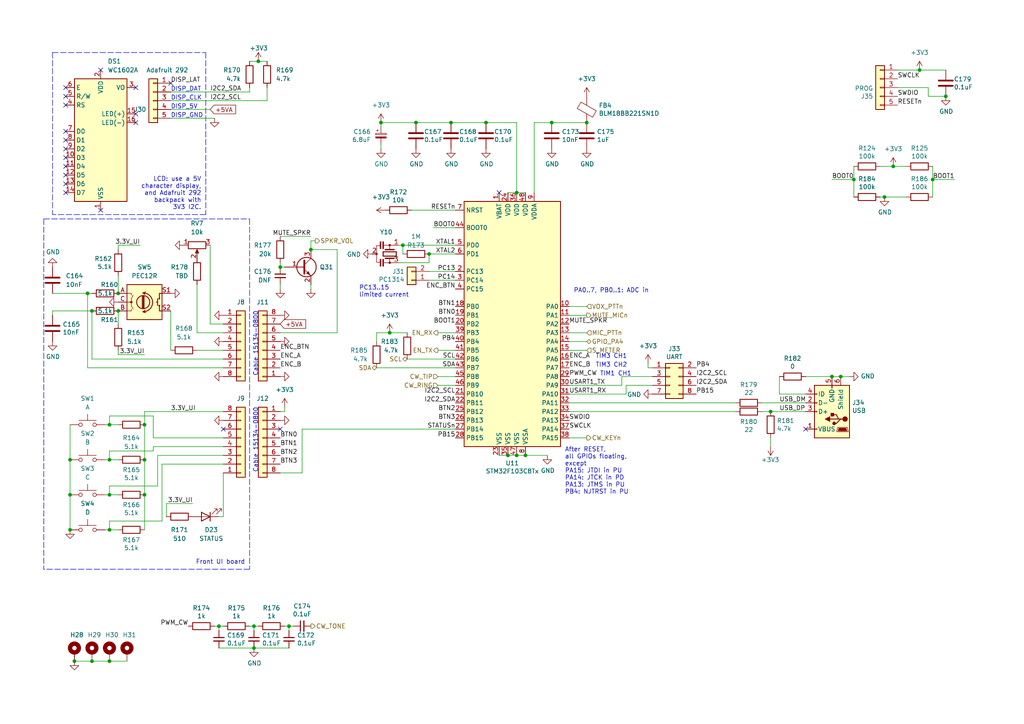
<source format=kicad_sch>
(kicad_sch (version 20211123) (generator eeschema)

  (uuid 5367a494-64b6-4f8c-adca-814c4b88525b)

  (paper "A4")

  (title_block
    (title "DART-70 TRX")
    (date "2023-02-18")
    (rev "0")
    (company "HB9EGM")
    (comment 1 "A 4m Band SSB/CW Transceiver")
    (comment 2 "User interface")
  )

  

  (junction (at 247.65 52.07) (diameter 0) (color 0 0 0 0)
    (uuid 0866ee23-d486-4d3a-a64d-98814c5ef163)
  )
  (junction (at 259.08 48.26) (diameter 0) (color 0 0 0 0)
    (uuid 0a368386-18d2-4ef6-8165-200b72a998f5)
  )
  (junction (at 31.75 153.67) (diameter 0) (color 0 0 0 0)
    (uuid 0f80f31f-72b7-4a12-98d4-1ab91816cb66)
  )
  (junction (at 34.29 85.09) (diameter 0) (color 0 0 0 0)
    (uuid 1276659c-ff14-4940-b214-e27c5bbbd628)
  )
  (junction (at 31.75 123.19) (diameter 0) (color 0 0 0 0)
    (uuid 1b4d93c0-b76c-47a2-869f-90d3a6551a1b)
  )
  (junction (at 26.67 90.17) (diameter 0) (color 0 0 0 0)
    (uuid 1d8e009c-7943-40d7-8021-ed1bc658a4c2)
  )
  (junction (at 223.52 119.38) (diameter 0) (color 0 0 0 0)
    (uuid 2a891096-042c-4004-b161-8bd2c0b59fd7)
  )
  (junction (at 266.7 20.32) (diameter 0) (color 0 0 0 0)
    (uuid 3a3e423a-0c3f-40d0-bc24-f2fd6c41cc34)
  )
  (junction (at 149.86 55.88) (diameter 0) (color 0 0 0 0)
    (uuid 3b398e0a-4c10-4dcc-aa1f-5dcd51a576d9)
  )
  (junction (at 20.32 143.51) (diameter 0) (color 0 0 0 0)
    (uuid 3e97b4b6-51fe-4831-8963-04e554d396f4)
  )
  (junction (at 243.84 109.22) (diameter 0) (color 0 0 0 0)
    (uuid 3f43b8cc-e232-4de4-a8bc-56a1a1c0a87a)
  )
  (junction (at 124.46 73.66) (diameter 0) (color 0 0 0 0)
    (uuid 418a0e9c-c95f-4d4a-a88f-ec13faf3303c)
  )
  (junction (at 31.75 133.35) (diameter 0) (color 0 0 0 0)
    (uuid 43b68646-b8ec-4be3-a413-276bb49b62bd)
  )
  (junction (at 130.81 35.56) (diameter 0) (color 0 0 0 0)
    (uuid 463e71c6-e035-4ed0-9a41-c3c9633f2c78)
  )
  (junction (at 90.17 72.39) (diameter 0) (color 0 0 0 0)
    (uuid 4aeb06a7-de87-4606-9e7f-a948ca11c315)
  )
  (junction (at 74.93 17.78) (diameter 0) (color 0 0 0 0)
    (uuid 506b584a-7a0c-4748-9a0a-fd2df4f10b53)
  )
  (junction (at 31.75 191.77) (diameter 0) (color 0 0 0 0)
    (uuid 59cde6dd-9dca-42cc-926a-90d90b278d0e)
  )
  (junction (at 20.32 133.35) (diameter 0) (color 0 0 0 0)
    (uuid 60f9aea0-5552-4cff-adfd-7e3333a6c431)
  )
  (junction (at 256.54 57.15) (diameter 0) (color 0 0 0 0)
    (uuid 6d4ae51e-8ca2-4932-9759-eaa3b5ce6b35)
  )
  (junction (at 149.86 132.08) (diameter 0) (color 0 0 0 0)
    (uuid 70b621b6-45b5-43cb-9683-d589118723d7)
  )
  (junction (at 147.32 132.08) (diameter 0) (color 0 0 0 0)
    (uuid 73e2a101-0bc0-414b-9aa7-7eeb8a3caef1)
  )
  (junction (at 120.65 35.56) (diameter 0) (color 0 0 0 0)
    (uuid 752fa345-d8be-4e99-aad1-e88671f99643)
  )
  (junction (at 160.02 35.56) (diameter 0) (color 0 0 0 0)
    (uuid 77b09fa1-fbbb-49ab-94c4-069660b694ff)
  )
  (junction (at 73.66 187.96) (diameter 0) (color 0 0 0 0)
    (uuid 782b86fa-ef9f-4c16-a991-b44a80f0f0c3)
  )
  (junction (at 110.49 35.56) (diameter 0) (color 0 0 0 0)
    (uuid 7a569be9-30d3-40a6-bcfb-48572e4d943e)
  )
  (junction (at 63.5 181.61) (diameter 0) (color 0 0 0 0)
    (uuid 7efaeda2-e767-44b9-adb2-3a0c3f4d2f1d)
  )
  (junction (at 25.4 85.09) (diameter 0) (color 0 0 0 0)
    (uuid 862cd780-bf4e-4e2e-bb26-0952d83f334b)
  )
  (junction (at 83.82 181.61) (diameter 0) (color 0 0 0 0)
    (uuid 8847e751-6992-4f80-92c5-c3bef4b5dbf6)
  )
  (junction (at 116.84 71.12) (diameter 0) (color 0 0 0 0)
    (uuid 8c497335-9f19-4d8f-81b9-d3f6e5560190)
  )
  (junction (at 241.3 109.22) (diameter 0) (color 0 0 0 0)
    (uuid 9801ccc8-5152-40bb-932d-67072f8cd8ad)
  )
  (junction (at 26.67 191.77) (diameter 0) (color 0 0 0 0)
    (uuid 98560b74-a1df-4f18-9056-9d04ee495b97)
  )
  (junction (at 140.97 35.56) (diameter 0) (color 0 0 0 0)
    (uuid 9cb0289b-897f-4a33-9575-6ead0989832a)
  )
  (junction (at 41.91 133.35) (diameter 0) (color 0 0 0 0)
    (uuid a306cb94-6ff0-43dc-b3ff-609bd041f651)
  )
  (junction (at 270.51 52.07) (diameter 0) (color 0 0 0 0)
    (uuid aa21b640-c66c-4373-8449-938440dd5f1c)
  )
  (junction (at 73.66 181.61) (diameter 0) (color 0 0 0 0)
    (uuid b2ecb88a-4c09-46d5-b24a-de38dbb48f75)
  )
  (junction (at 41.91 143.51) (diameter 0) (color 0 0 0 0)
    (uuid b47512f5-ddb1-4f6a-a01f-993a149ffa47)
  )
  (junction (at 152.4 132.08) (diameter 0) (color 0 0 0 0)
    (uuid b7e9cf10-b74e-4e80-a7f1-e33a29fe56de)
  )
  (junction (at 20.32 153.67) (diameter 0) (color 0 0 0 0)
    (uuid be9a62f2-23dd-41df-91a7-1f4ac377faf3)
  )
  (junction (at 81.28 77.47) (diameter 0) (color 0 0 0 0)
    (uuid c21d43cd-6a5c-49e4-8e47-27ce04de320c)
  )
  (junction (at 34.29 90.17) (diameter 0) (color 0 0 0 0)
    (uuid c2d3f10b-b9a2-4cb9-979d-644e3566b349)
  )
  (junction (at 21.59 191.77) (diameter 0) (color 0 0 0 0)
    (uuid c700ac3f-55c1-4328-ac50-f1d2cfb94ee9)
  )
  (junction (at 41.91 123.19) (diameter 0) (color 0 0 0 0)
    (uuid cc016ca4-b9a4-4d80-91ba-91d6e0df5bcc)
  )
  (junction (at 170.18 35.56) (diameter 0) (color 0 0 0 0)
    (uuid e1640c92-0a7b-4990-ae42-e9436c2a460d)
  )
  (junction (at 31.75 143.51) (diameter 0) (color 0 0 0 0)
    (uuid e4389c4e-c952-4182-9a64-3fb2a72a1786)
  )
  (junction (at 274.32 27.94) (diameter 0) (color 0 0 0 0)
    (uuid ed74c2b7-a3ac-4886-84f5-377b5e1bbbfc)
  )
  (junction (at 113.03 96.52) (diameter 0) (color 0 0 0 0)
    (uuid ff6d9fdb-84d0-4d1c-a636-19102cb32ce0)
  )

  (no_connect (at 19.05 30.48) (uuid 27a098aa-a54a-4603-8a04-fe8def00e684))
  (no_connect (at 19.05 25.4) (uuid 32b8b153-c903-4741-ad0e-f8d9602e50e4))
  (no_connect (at 39.37 33.02) (uuid 342988be-16c5-4d72-82f4-e65b4c5f0a23))
  (no_connect (at 233.68 124.46) (uuid 487ede9d-e4e2-47c1-b417-084ff862638c))
  (no_connect (at 19.05 45.72) (uuid 4f2980f5-7c43-4875-a7d2-8b8b265a1e46))
  (no_connect (at 19.05 40.64) (uuid 5187d1a9-67b2-40c1-a07c-4e0e8a38791d))
  (no_connect (at 39.37 35.56) (uuid 54760758-af89-4a41-a60d-e1b689c5006e))
  (no_connect (at 29.21 20.32) (uuid 5e0f13bf-804a-411e-8f5a-2678db83e4a0))
  (no_connect (at 19.05 38.1) (uuid 657b9520-f4f5-4bbd-96e9-e7037197e3d3))
  (no_connect (at 19.05 53.34) (uuid 68b3df11-6847-4453-820a-85d602ac575b))
  (no_connect (at 19.05 43.18) (uuid 7470b900-3f1e-497f-b369-8aad981a3392))
  (no_connect (at 29.21 60.96) (uuid 94d11b9d-6eb0-4385-9ae1-ddcc32221de4))
  (no_connect (at 64.77 124.46) (uuid 97f1f936-6338-435b-9ef9-aec774f20ae4))
  (no_connect (at 19.05 48.26) (uuid 98bce542-8d71-44ac-8b06-d20ab5e9152b))
  (no_connect (at 19.05 55.88) (uuid 9a013d10-199f-4d04-bd4c-941faf08d324))
  (no_connect (at 144.78 55.88) (uuid b1a7eebe-6925-4250-9db7-8e9e0fa6cd98))
  (no_connect (at 19.05 27.94) (uuid cbf32607-4f05-4315-90ea-7b1ad43a34e7))
  (no_connect (at 81.28 124.46) (uuid cc85f8ed-c988-4cab-b80d-996d4642fae0))
  (no_connect (at 49.53 24.13) (uuid d201603c-e100-4dec-85ec-f4b2f2d1beac))
  (no_connect (at 39.37 25.4) (uuid e52ceaab-2ff4-49eb-abf8-ad8d6eddfba5))
  (no_connect (at 19.05 50.8) (uuid e57a82f1-c1a2-475f-b5ba-dfeed83c5d9b))

  (wire (pts (xy 165.1 119.38) (xy 213.36 119.38))
    (stroke (width 0) (type default) (color 0 0 0 0))
    (uuid 006bc43b-d3a8-4a38-a8dc-5a24da3f9b4d)
  )
  (wire (pts (xy 49.53 26.67) (xy 72.39 26.67))
    (stroke (width 0) (type default) (color 0 0 0 0))
    (uuid 0172fa94-4b7c-4d5e-bde6-27bb171b91e9)
  )
  (wire (pts (xy 63.5 149.86) (xy 64.77 149.86))
    (stroke (width 0) (type default) (color 0 0 0 0))
    (uuid 01bec52d-63c5-49e5-955c-569d1162d97f)
  )
  (wire (pts (xy 34.29 71.12) (xy 40.64 71.12))
    (stroke (width 0) (type default) (color 0 0 0 0))
    (uuid 0242d9ef-e4f8-46fc-9a77-e91737006838)
  )
  (wire (pts (xy 60.96 71.12) (xy 60.96 93.98))
    (stroke (width 0) (type default) (color 0 0 0 0))
    (uuid 02f4b20d-c9a8-4969-8fae-b3557e58a4d5)
  )
  (wire (pts (xy 34.29 93.98) (xy 34.29 90.17))
    (stroke (width 0) (type default) (color 0 0 0 0))
    (uuid 035870a0-33fd-4542-9093-58d01a043d61)
  )
  (wire (pts (xy 119.38 60.96) (xy 132.08 60.96))
    (stroke (width 0) (type default) (color 0 0 0 0))
    (uuid 0454b0ed-4e94-46b1-9058-7210ddee62e4)
  )
  (wire (pts (xy 34.29 101.6) (xy 34.29 102.87))
    (stroke (width 0) (type default) (color 0 0 0 0))
    (uuid 075e8b22-aaf4-4757-89b3-6249642534f1)
  )
  (wire (pts (xy 170.18 127) (xy 165.1 127))
    (stroke (width 0) (type default) (color 0 0 0 0))
    (uuid 092bd70b-48e0-45b7-9940-021b2d382881)
  )
  (wire (pts (xy 44.45 120.65) (xy 31.75 120.65))
    (stroke (width 0) (type default) (color 0 0 0 0))
    (uuid 09f2736c-9021-4d8c-8548-ee1072a97795)
  )
  (wire (pts (xy 165.1 88.9) (xy 170.18 88.9))
    (stroke (width 0) (type default) (color 0 0 0 0))
    (uuid 09f67069-9731-43ad-9896-f538c04ef5ba)
  )
  (wire (pts (xy 15.24 91.44) (xy 15.24 90.17))
    (stroke (width 0) (type default) (color 0 0 0 0))
    (uuid 1021e01a-7480-4604-9b82-a8d70899e83d)
  )
  (wire (pts (xy 34.29 133.35) (xy 31.75 133.35))
    (stroke (width 0) (type default) (color 0 0 0 0))
    (uuid 10acd6cf-9aa0-464b-9051-98ec9eb1cee0)
  )
  (wire (pts (xy 48.26 146.05) (xy 55.88 146.05))
    (stroke (width 0) (type default) (color 0 0 0 0))
    (uuid 11719fed-d88d-4530-9c26-831b28b31b78)
  )
  (wire (pts (xy 64.77 132.08) (xy 45.72 132.08))
    (stroke (width 0) (type default) (color 0 0 0 0))
    (uuid 117ea635-ba04-4738-95f8-db64471b3c10)
  )
  (wire (pts (xy 165.1 116.84) (xy 213.36 116.84))
    (stroke (width 0) (type default) (color 0 0 0 0))
    (uuid 11b49d13-b047-4242-be65-9a9b1c80ec58)
  )
  (wire (pts (xy 127 101.6) (xy 132.08 101.6))
    (stroke (width 0) (type default) (color 0 0 0 0))
    (uuid 1627b889-41c1-4638-81bb-2059620a165d)
  )
  (wire (pts (xy 127 111.76) (xy 132.08 111.76))
    (stroke (width 0) (type default) (color 0 0 0 0))
    (uuid 166aacf9-9169-4bbe-a203-0c1180fa7c79)
  )
  (wire (pts (xy 266.7 20.32) (xy 274.32 20.32))
    (stroke (width 0) (type default) (color 0 0 0 0))
    (uuid 183d445a-de65-4a66-9059-9ba25be6a94a)
  )
  (wire (pts (xy 21.59 191.77) (xy 26.67 191.77))
    (stroke (width 0) (type default) (color 0 0 0 0))
    (uuid 1998e0d6-130d-4ba8-96ae-888a1f6e3081)
  )
  (wire (pts (xy 110.49 41.91) (xy 110.49 43.18))
    (stroke (width 0) (type default) (color 0 0 0 0))
    (uuid 1a795a6f-1bc6-41fb-82d7-5ae528094d84)
  )
  (wire (pts (xy 270.51 52.07) (xy 276.86 52.07))
    (stroke (width 0) (type default) (color 0 0 0 0))
    (uuid 1aa1dab1-f1aa-419d-8e2b-8cd33b1239aa)
  )
  (wire (pts (xy 90.17 69.85) (xy 91.44 69.85))
    (stroke (width 0) (type default) (color 0 0 0 0))
    (uuid 1d79b872-4247-447b-8107-559d53ddd5a5)
  )
  (wire (pts (xy 130.81 35.56) (xy 140.97 35.56))
    (stroke (width 0) (type default) (color 0 0 0 0))
    (uuid 2330a65f-a667-4564-b2ea-fd267508069a)
  )
  (wire (pts (xy 260.35 20.32) (xy 266.7 20.32))
    (stroke (width 0) (type default) (color 0 0 0 0))
    (uuid 23425199-2ac8-404e-b295-8bb0276f526e)
  )
  (wire (pts (xy 189.23 111.76) (xy 181.61 111.76))
    (stroke (width 0) (type default) (color 0 0 0 0))
    (uuid 238ce6dc-0557-409a-ab04-93448fccaac4)
  )
  (wire (pts (xy 160.02 35.56) (xy 154.94 35.56))
    (stroke (width 0) (type default) (color 0 0 0 0))
    (uuid 23d269d6-d694-442a-bf5d-98bf3544fc31)
  )
  (wire (pts (xy 269.24 25.4) (xy 269.24 27.94))
    (stroke (width 0) (type default) (color 0 0 0 0))
    (uuid 2480dd87-1dff-4a50-81a2-52ef161ac45c)
  )
  (wire (pts (xy 259.08 48.26) (xy 262.89 48.26))
    (stroke (width 0) (type default) (color 0 0 0 0))
    (uuid 24884ea9-449f-44bf-b800-4ed7c93ce21e)
  )
  (wire (pts (xy 63.5 181.61) (xy 63.5 182.88))
    (stroke (width 0) (type default) (color 0 0 0 0))
    (uuid 251435cb-df17-46ab-aac4-3d24ccac8db0)
  )
  (wire (pts (xy 109.22 106.68) (xy 132.08 106.68))
    (stroke (width 0) (type default) (color 0 0 0 0))
    (uuid 25892d42-97fc-44a1-b3ba-aeb16f99fc18)
  )
  (wire (pts (xy 223.52 119.38) (xy 233.68 119.38))
    (stroke (width 0) (type default) (color 0 0 0 0))
    (uuid 25ada721-670a-4020-ae0b-77410c4e375a)
  )
  (polyline (pts (xy 12.7 63.5) (xy 12.7 165.1))
    (stroke (width 0) (type default) (color 0 0 0 0))
    (uuid 2713b852-bf79-44b8-86d7-5e0782348c75)
  )

  (wire (pts (xy 34.29 123.19) (xy 31.75 123.19))
    (stroke (width 0) (type default) (color 0 0 0 0))
    (uuid 2965eaa9-5c83-4078-a673-05e36103f2d1)
  )
  (wire (pts (xy 26.67 104.14) (xy 64.77 104.14))
    (stroke (width 0) (type default) (color 0 0 0 0))
    (uuid 2b7ff33a-ec1c-46d5-8b84-ce602b213971)
  )
  (wire (pts (xy 127 109.22) (xy 132.08 109.22))
    (stroke (width 0) (type default) (color 0 0 0 0))
    (uuid 2bd08fdd-e559-4112-af36-bdef9848d0a6)
  )
  (wire (pts (xy 81.28 96.52) (xy 97.79 96.52))
    (stroke (width 0) (type default) (color 0 0 0 0))
    (uuid 2c6ad630-243d-427a-a5cf-bdab2e7e3ca0)
  )
  (wire (pts (xy 64.77 134.62) (xy 46.99 134.62))
    (stroke (width 0) (type default) (color 0 0 0 0))
    (uuid 2e004af1-24c2-4d3f-9cdf-8ffccd65096d)
  )
  (wire (pts (xy 57.15 82.55) (xy 57.15 96.52))
    (stroke (width 0) (type default) (color 0 0 0 0))
    (uuid 34bc620a-9d77-48b4-909a-ab4e80c66d2f)
  )
  (polyline (pts (xy 59.69 15.24) (xy 59.69 62.23))
    (stroke (width 0) (type default) (color 0 0 0 0))
    (uuid 36dbbb14-ed77-4633-af35-90660d2143f3)
  )

  (wire (pts (xy 120.65 35.56) (xy 130.81 35.56))
    (stroke (width 0) (type default) (color 0 0 0 0))
    (uuid 37e843e9-2538-4a91-9a9b-f536fa0a9e84)
  )
  (wire (pts (xy 64.77 127) (xy 44.45 127))
    (stroke (width 0) (type default) (color 0 0 0 0))
    (uuid 38d4be64-e2ca-4c77-8402-c0bcde2a8985)
  )
  (wire (pts (xy 247.65 52.07) (xy 247.65 57.15))
    (stroke (width 0) (type default) (color 0 0 0 0))
    (uuid 39fc171f-22e1-4125-a6fb-074be0f89972)
  )
  (wire (pts (xy 110.49 35.56) (xy 120.65 35.56))
    (stroke (width 0) (type default) (color 0 0 0 0))
    (uuid 3a013e8f-5b12-499b-8d2d-0ad49966db1a)
  )
  (wire (pts (xy 83.82 182.88) (xy 83.82 181.61))
    (stroke (width 0) (type default) (color 0 0 0 0))
    (uuid 3d927ca0-f4ad-42ab-b902-dfef8d84eebb)
  )
  (wire (pts (xy 270.51 52.07) (xy 270.51 57.15))
    (stroke (width 0) (type default) (color 0 0 0 0))
    (uuid 3ecb97a2-d71c-4514-8aef-66aafaac321d)
  )
  (wire (pts (xy 31.75 151.13) (xy 31.75 153.67))
    (stroke (width 0) (type default) (color 0 0 0 0))
    (uuid 3ecfdc85-ccb3-4449-a7de-24b5b9ff8623)
  )
  (wire (pts (xy 73.66 187.96) (xy 83.82 187.96))
    (stroke (width 0) (type default) (color 0 0 0 0))
    (uuid 3fc3a397-ec3a-4314-aa6a-44925ef4cbbe)
  )
  (polyline (pts (xy 15.24 15.24) (xy 59.69 15.24))
    (stroke (width 0) (type default) (color 0 0 0 0))
    (uuid 437ebe18-8f4c-4d60-9ade-e76424d17726)
  )

  (wire (pts (xy 83.82 181.61) (xy 85.09 181.61))
    (stroke (width 0) (type default) (color 0 0 0 0))
    (uuid 4736f749-4a0e-4a05-b1aa-d51f1c3fc23d)
  )
  (wire (pts (xy 160.02 35.56) (xy 170.18 35.56))
    (stroke (width 0) (type default) (color 0 0 0 0))
    (uuid 4829bee0-faa8-43f7-b2d7-8a6e5d1b3050)
  )
  (wire (pts (xy 34.29 80.01) (xy 34.29 85.09))
    (stroke (width 0) (type default) (color 0 0 0 0))
    (uuid 487cb37f-32e1-4fcc-b649-1ddd891984c5)
  )
  (wire (pts (xy 34.29 72.39) (xy 34.29 71.12))
    (stroke (width 0) (type default) (color 0 0 0 0))
    (uuid 4ac2ebce-bb4e-40ee-8aab-660b525d546b)
  )
  (wire (pts (xy 124.46 78.74) (xy 132.08 78.74))
    (stroke (width 0) (type default) (color 0 0 0 0))
    (uuid 4cd135a5-fdd1-4851-864a-dadf7c96d9ff)
  )
  (wire (pts (xy 20.32 123.19) (xy 20.32 133.35))
    (stroke (width 0) (type default) (color 0 0 0 0))
    (uuid 4d43e674-c1c0-4e11-b129-01108db367aa)
  )
  (wire (pts (xy 260.35 25.4) (xy 269.24 25.4))
    (stroke (width 0) (type default) (color 0 0 0 0))
    (uuid 4f69bb40-cbf2-45c5-8c23-3e0667e1f6c1)
  )
  (wire (pts (xy 165.1 114.3) (xy 181.61 114.3))
    (stroke (width 0) (type default) (color 0 0 0 0))
    (uuid 500298f6-b9ed-4e53-bde6-024545f1a90a)
  )
  (wire (pts (xy 44.45 129.54) (xy 44.45 130.81))
    (stroke (width 0) (type default) (color 0 0 0 0))
    (uuid 5340b604-f44f-4b11-a6bf-532ca4d65b6f)
  )
  (wire (pts (xy 165.1 99.06) (xy 170.18 99.06))
    (stroke (width 0) (type default) (color 0 0 0 0))
    (uuid 53b642b8-d876-4cba-97a5-d4c9c528a2c5)
  )
  (wire (pts (xy 74.93 17.78) (xy 72.39 17.78))
    (stroke (width 0) (type default) (color 0 0 0 0))
    (uuid 5650bed6-fa0f-4e0e-bc2c-475445b4cde8)
  )
  (wire (pts (xy 64.77 101.6) (xy 57.15 101.6))
    (stroke (width 0) (type default) (color 0 0 0 0))
    (uuid 58839379-e082-4fb4-906e-c6877a462c18)
  )
  (wire (pts (xy 34.29 143.51) (xy 31.75 143.51))
    (stroke (width 0) (type default) (color 0 0 0 0))
    (uuid 595e8034-8a59-4a5c-b366-f8604d8aa4da)
  )
  (wire (pts (xy 247.65 48.26) (xy 247.65 52.07))
    (stroke (width 0) (type default) (color 0 0 0 0))
    (uuid 5af71f61-4c88-4f07-8375-dac3a2ef186d)
  )
  (wire (pts (xy 110.49 35.56) (xy 110.49 36.83))
    (stroke (width 0) (type default) (color 0 0 0 0))
    (uuid 5e8f43a4-e869-473e-b093-0ec79ea19580)
  )
  (wire (pts (xy 226.06 114.3) (xy 233.68 114.3))
    (stroke (width 0) (type default) (color 0 0 0 0))
    (uuid 5f48357f-c353-4808-811f-74ed7ffaa7c6)
  )
  (wire (pts (xy 269.24 27.94) (xy 274.32 27.94))
    (stroke (width 0) (type default) (color 0 0 0 0))
    (uuid 61b6f2c4-b226-47d6-bbd8-9d67fcaf35c3)
  )
  (wire (pts (xy 256.54 57.15) (xy 262.89 57.15))
    (stroke (width 0) (type default) (color 0 0 0 0))
    (uuid 61e795c9-5bb5-48b3-b7a0-cb64f04c7adc)
  )
  (wire (pts (xy 49.53 101.6) (xy 49.53 90.17))
    (stroke (width 0) (type default) (color 0 0 0 0))
    (uuid 62bb59d5-9173-4472-8052-d1f9b5eb8ddd)
  )
  (wire (pts (xy 48.26 146.05) (xy 48.26 149.86))
    (stroke (width 0) (type default) (color 0 0 0 0))
    (uuid 653c064d-2952-4357-b6d2-6994eafa06e3)
  )
  (wire (pts (xy 34.29 153.67) (xy 31.75 153.67))
    (stroke (width 0) (type default) (color 0 0 0 0))
    (uuid 66d98295-60ac-4b7d-a181-3284b2b387bc)
  )
  (wire (pts (xy 124.46 76.2) (xy 124.46 73.66))
    (stroke (width 0) (type default) (color 0 0 0 0))
    (uuid 677a1070-c11b-49a9-8186-12e0a3e880b1)
  )
  (wire (pts (xy 77.47 29.21) (xy 77.47 25.4))
    (stroke (width 0) (type default) (color 0 0 0 0))
    (uuid 679e5b0e-a017-43d8-8845-79a886253d82)
  )
  (wire (pts (xy 26.67 191.77) (xy 31.75 191.77))
    (stroke (width 0) (type default) (color 0 0 0 0))
    (uuid 67a7995e-8784-42ca-a88d-2917f425f1b7)
  )
  (polyline (pts (xy 15.24 15.24) (xy 15.24 62.23))
    (stroke (width 0) (type default) (color 0 0 0 0))
    (uuid 6c1a4ff4-84d5-4723-9271-598658bada11)
  )

  (wire (pts (xy 165.1 111.76) (xy 180.34 111.76))
    (stroke (width 0) (type default) (color 0 0 0 0))
    (uuid 6f75ea3e-6135-44f5-9313-1aad839ab6f6)
  )
  (wire (pts (xy 31.75 153.67) (xy 30.48 153.67))
    (stroke (width 0) (type default) (color 0 0 0 0))
    (uuid 7015e2a0-a2e3-4f1d-a3b4-6e3232db9600)
  )
  (wire (pts (xy 74.93 17.78) (xy 77.47 17.78))
    (stroke (width 0) (type default) (color 0 0 0 0))
    (uuid 70fbc14f-75ce-4a72-aeed-887f01f7e9b7)
  )
  (wire (pts (xy 62.23 181.61) (xy 63.5 181.61))
    (stroke (width 0) (type default) (color 0 0 0 0))
    (uuid 742f6656-c86d-41c0-937e-ef6ded3bd482)
  )
  (wire (pts (xy 82.55 119.38) (xy 81.28 119.38))
    (stroke (width 0) (type default) (color 0 0 0 0))
    (uuid 759cc877-c951-4232-8801-84944e2711e0)
  )
  (wire (pts (xy 223.52 119.38) (xy 220.98 119.38))
    (stroke (width 0) (type default) (color 0 0 0 0))
    (uuid 771145ed-2e00-4172-ac95-37a36c6a35ce)
  )
  (wire (pts (xy 31.75 143.51) (xy 30.48 143.51))
    (stroke (width 0) (type default) (color 0 0 0 0))
    (uuid 79e9b764-7934-4c55-bbe2-66da90857ed4)
  )
  (wire (pts (xy 140.97 35.56) (xy 149.86 35.56))
    (stroke (width 0) (type default) (color 0 0 0 0))
    (uuid 7c1fd6fc-5c53-4ccb-a456-46fe6fc0bc71)
  )
  (wire (pts (xy 34.29 102.87) (xy 41.91 102.87))
    (stroke (width 0) (type default) (color 0 0 0 0))
    (uuid 7d0bbe80-0957-4d01-9233-f16ef102a13b)
  )
  (wire (pts (xy 82.55 181.61) (xy 83.82 181.61))
    (stroke (width 0) (type default) (color 0 0 0 0))
    (uuid 7d512d14-3ca4-4934-b506-eb07d268c7dc)
  )
  (wire (pts (xy 255.27 48.26) (xy 259.08 48.26))
    (stroke (width 0) (type default) (color 0 0 0 0))
    (uuid 7dd55760-37b2-4d89-b4f0-9a6e2271c608)
  )
  (wire (pts (xy 49.53 31.75) (xy 60.96 31.75))
    (stroke (width 0) (type default) (color 0 0 0 0))
    (uuid 7dea5b06-9728-4946-ac18-76df3b51d33b)
  )
  (wire (pts (xy 147.32 132.08) (xy 144.78 132.08))
    (stroke (width 0) (type default) (color 0 0 0 0))
    (uuid 7f2c9904-545b-4337-acd6-8707e0924818)
  )
  (wire (pts (xy 31.75 120.65) (xy 31.75 123.19))
    (stroke (width 0) (type default) (color 0 0 0 0))
    (uuid 7f70a162-654d-4a57-bc5d-a31cdfbe16ab)
  )
  (wire (pts (xy 243.84 109.22) (xy 241.3 109.22))
    (stroke (width 0) (type default) (color 0 0 0 0))
    (uuid 7fa098fb-b644-4e64-920e-8328b5d12f21)
  )
  (wire (pts (xy 270.51 48.26) (xy 270.51 52.07))
    (stroke (width 0) (type default) (color 0 0 0 0))
    (uuid 81d49193-5849-4589-9095-80c5e3a0c2bb)
  )
  (wire (pts (xy 41.91 133.35) (xy 41.91 123.19))
    (stroke (width 0) (type default) (color 0 0 0 0))
    (uuid 83b77b4d-dcc2-4e93-a5f3-1d1480646393)
  )
  (wire (pts (xy 82.55 118.11) (xy 82.55 119.38))
    (stroke (width 0) (type default) (color 0 0 0 0))
    (uuid 8531137a-1a8b-4272-8a2a-21ebe15116a8)
  )
  (wire (pts (xy 255.27 57.15) (xy 256.54 57.15))
    (stroke (width 0) (type default) (color 0 0 0 0))
    (uuid 875404be-e359-458a-af29-1bd3403dd55f)
  )
  (wire (pts (xy 170.18 96.52) (xy 165.1 96.52))
    (stroke (width 0) (type default) (color 0 0 0 0))
    (uuid 8916cfb5-5541-43a9-8e0e-951b776d485c)
  )
  (wire (pts (xy 90.17 69.85) (xy 90.17 72.39))
    (stroke (width 0) (type default) (color 0 0 0 0))
    (uuid 8c018d47-5ab9-4aea-a37a-71038b398265)
  )
  (wire (pts (xy 64.77 129.54) (xy 44.45 129.54))
    (stroke (width 0) (type default) (color 0 0 0 0))
    (uuid 8cad3c76-9d14-47b0-af16-b1d45fb7e210)
  )
  (wire (pts (xy 25.4 85.09) (xy 25.4 106.68))
    (stroke (width 0) (type default) (color 0 0 0 0))
    (uuid 8cc76f91-ded4-40ee-b697-880b3a291e2e)
  )
  (wire (pts (xy 20.32 143.51) (xy 20.32 153.67))
    (stroke (width 0) (type default) (color 0 0 0 0))
    (uuid 8d760ab7-cb5d-426a-b4aa-fb7e0964cb41)
  )
  (wire (pts (xy 113.03 96.52) (xy 118.11 96.52))
    (stroke (width 0) (type default) (color 0 0 0 0))
    (uuid 8eee2ea4-1445-45c5-abf0-47f99f0cf976)
  )
  (wire (pts (xy 73.66 181.61) (xy 74.93 181.61))
    (stroke (width 0) (type default) (color 0 0 0 0))
    (uuid 9004cee7-358e-4c08-9d64-a05f28a4e7b6)
  )
  (wire (pts (xy 15.24 85.09) (xy 25.4 85.09))
    (stroke (width 0) (type default) (color 0 0 0 0))
    (uuid 901dc96c-698d-427d-880a-ee46536a481f)
  )
  (wire (pts (xy 81.28 77.47) (xy 82.55 77.47))
    (stroke (width 0) (type default) (color 0 0 0 0))
    (uuid 91b93633-9d4a-4170-b7ca-34e2d5aedb1e)
  )
  (wire (pts (xy 124.46 73.66) (xy 132.08 73.66))
    (stroke (width 0) (type default) (color 0 0 0 0))
    (uuid 92cf4db4-2dba-4763-9cd8-3c7f8aff8f24)
  )
  (wire (pts (xy 124.46 76.2) (xy 115.57 76.2))
    (stroke (width 0) (type default) (color 0 0 0 0))
    (uuid 93b580d1-c2df-48c4-9d06-465ca9d3eebc)
  )
  (wire (pts (xy 31.75 130.81) (xy 31.75 133.35))
    (stroke (width 0) (type default) (color 0 0 0 0))
    (uuid 93da3a85-5fda-48d7-be90-2ac97d347c10)
  )
  (wire (pts (xy 31.75 133.35) (xy 30.48 133.35))
    (stroke (width 0) (type default) (color 0 0 0 0))
    (uuid 9a54de37-9a36-4361-8f2a-998faf1c0711)
  )
  (wire (pts (xy 87.63 124.46) (xy 132.08 124.46))
    (stroke (width 0) (type default) (color 0 0 0 0))
    (uuid 9c00f763-4387-4dca-9d2a-687600fcbd31)
  )
  (wire (pts (xy 220.98 116.84) (xy 233.68 116.84))
    (stroke (width 0) (type default) (color 0 0 0 0))
    (uuid 9f7324c5-50a2-442c-8a80-edf04aa2b2ac)
  )
  (wire (pts (xy 26.67 90.17) (xy 26.67 104.14))
    (stroke (width 0) (type default) (color 0 0 0 0))
    (uuid a17a454c-d5db-41e2-aad7-bb23416d3abb)
  )
  (wire (pts (xy 149.86 55.88) (xy 147.32 55.88))
    (stroke (width 0) (type default) (color 0 0 0 0))
    (uuid a32fe8ab-5810-40f6-8eab-48332c0ee5a0)
  )
  (wire (pts (xy 81.28 83.82) (xy 81.28 82.55))
    (stroke (width 0) (type default) (color 0 0 0 0))
    (uuid a6772870-a42e-49f8-bd4d-a35118c5fb87)
  )
  (wire (pts (xy 31.75 123.19) (xy 30.48 123.19))
    (stroke (width 0) (type default) (color 0 0 0 0))
    (uuid a8ec01c3-5395-47fc-8245-52f53884ef0c)
  )
  (wire (pts (xy 124.46 81.28) (xy 132.08 81.28))
    (stroke (width 0) (type default) (color 0 0 0 0))
    (uuid ab5db7e5-9de7-449f-b70b-9d0dd610b10b)
  )
  (wire (pts (xy 116.84 73.66) (xy 116.84 71.12))
    (stroke (width 0) (type default) (color 0 0 0 0))
    (uuid ac5a5c45-797a-4bbe-bfd5-5ce5a8aa3463)
  )
  (wire (pts (xy 109.22 99.06) (xy 109.22 96.52))
    (stroke (width 0) (type default) (color 0 0 0 0))
    (uuid acc086a0-e4a1-477e-a665-53709bdb472e)
  )
  (wire (pts (xy 81.28 76.2) (xy 81.28 77.47))
    (stroke (width 0) (type default) (color 0 0 0 0))
    (uuid ae0da676-b905-4af3-8d1e-af49105ca29d)
  )
  (wire (pts (xy 46.99 151.13) (xy 31.75 151.13))
    (stroke (width 0) (type default) (color 0 0 0 0))
    (uuid ae15e328-ecca-4103-8937-cab586d25863)
  )
  (wire (pts (xy 187.96 106.68) (xy 187.96 105.41))
    (stroke (width 0) (type default) (color 0 0 0 0))
    (uuid b02e051f-3ad1-4d09-a486-11f02dd3200d)
  )
  (wire (pts (xy 152.4 132.08) (xy 149.86 132.08))
    (stroke (width 0) (type default) (color 0 0 0 0))
    (uuid b05af61d-3c1d-44cf-aea2-61fd169c9d1a)
  )
  (wire (pts (xy 31.75 191.77) (xy 36.83 191.77))
    (stroke (width 0) (type default) (color 0 0 0 0))
    (uuid b28ba5b1-54d9-4597-94a4-3b5c7b5bab1e)
  )
  (wire (pts (xy 149.86 35.56) (xy 149.86 55.88))
    (stroke (width 0) (type default) (color 0 0 0 0))
    (uuid b3eebb03-af8c-48e8-a7d9-5ec3741206fa)
  )
  (polyline (pts (xy 72.39 63.5) (xy 72.39 165.1))
    (stroke (width 0) (type default) (color 0 0 0 0))
    (uuid b7352d31-f539-445c-ba3f-fbc1562b3d46)
  )

  (wire (pts (xy 181.61 111.76) (xy 181.61 114.3))
    (stroke (width 0) (type default) (color 0 0 0 0))
    (uuid b9fce689-53c2-4275-98d8-2c8da9bd740a)
  )
  (wire (pts (xy 116.84 71.12) (xy 115.57 71.12))
    (stroke (width 0) (type default) (color 0 0 0 0))
    (uuid ba80136a-34d0-4a97-a9c9-c43ab3f7be6e)
  )
  (wire (pts (xy 97.79 96.52) (xy 97.79 72.39))
    (stroke (width 0) (type default) (color 0 0 0 0))
    (uuid baa5fb47-0080-48ce-a6eb-0a22f840580d)
  )
  (wire (pts (xy 152.4 55.88) (xy 149.86 55.88))
    (stroke (width 0) (type default) (color 0 0 0 0))
    (uuid bade9875-e59b-4d52-b529-c48d7c265fc4)
  )
  (wire (pts (xy 81.28 137.16) (xy 87.63 137.16))
    (stroke (width 0) (type default) (color 0 0 0 0))
    (uuid bb740424-d759-4423-b2a5-0258d69ff2b8)
  )
  (wire (pts (xy 49.53 29.21) (xy 77.47 29.21))
    (stroke (width 0) (type default) (color 0 0 0 0))
    (uuid bc913ca4-9065-43d2-9d7f-c7073d14811d)
  )
  (wire (pts (xy 170.18 101.6) (xy 165.1 101.6))
    (stroke (width 0) (type default) (color 0 0 0 0))
    (uuid bcb9de97-da39-48c2-ba62-52171a3a19f8)
  )
  (wire (pts (xy 64.77 93.98) (xy 60.96 93.98))
    (stroke (width 0) (type default) (color 0 0 0 0))
    (uuid bcc6231b-fada-4e7b-994f-501a10edaac4)
  )
  (wire (pts (xy 118.11 104.14) (xy 132.08 104.14))
    (stroke (width 0) (type default) (color 0 0 0 0))
    (uuid bd09b87f-3171-467c-9c1b-9b264cb5811f)
  )
  (wire (pts (xy 45.72 132.08) (xy 45.72 140.97))
    (stroke (width 0) (type default) (color 0 0 0 0))
    (uuid bdc362f0-8353-4b85-a2e5-77a124b70e3e)
  )
  (wire (pts (xy 90.17 83.82) (xy 90.17 82.55))
    (stroke (width 0) (type default) (color 0 0 0 0))
    (uuid be3969cd-6eb6-46db-b717-5a91b206baa1)
  )
  (wire (pts (xy 46.99 134.62) (xy 46.99 151.13))
    (stroke (width 0) (type default) (color 0 0 0 0))
    (uuid bff5a479-d653-4ef3-9142-cd1c60af5e4c)
  )
  (wire (pts (xy 87.63 137.16) (xy 87.63 124.46))
    (stroke (width 0) (type default) (color 0 0 0 0))
    (uuid c11bad5b-a36f-48f7-a423-b6938509b64c)
  )
  (wire (pts (xy 25.4 85.09) (xy 26.67 85.09))
    (stroke (width 0) (type default) (color 0 0 0 0))
    (uuid c3bf758f-2f4a-44b5-89bd-399138aded84)
  )
  (wire (pts (xy 109.22 96.52) (xy 113.03 96.52))
    (stroke (width 0) (type default) (color 0 0 0 0))
    (uuid c4f64510-07d5-4ae3-902b-5d0e59c44376)
  )
  (wire (pts (xy 180.34 109.22) (xy 189.23 109.22))
    (stroke (width 0) (type default) (color 0 0 0 0))
    (uuid ca0eab8e-e3fd-464d-bb03-d1603b8a651b)
  )
  (wire (pts (xy 72.39 26.67) (xy 72.39 25.4))
    (stroke (width 0) (type default) (color 0 0 0 0))
    (uuid cf02db11-2ff8-4f79-b3e9-9802575ab786)
  )
  (polyline (pts (xy 72.39 165.1) (xy 12.7 165.1))
    (stroke (width 0) (type default) (color 0 0 0 0))
    (uuid d1139c2e-c886-424c-a875-a1901610c4d7)
  )

  (wire (pts (xy 154.94 35.56) (xy 154.94 55.88))
    (stroke (width 0) (type default) (color 0 0 0 0))
    (uuid d1ea7795-8403-4edb-b959-1b29f77ed16f)
  )
  (wire (pts (xy 26.67 90.17) (xy 15.24 90.17))
    (stroke (width 0) (type default) (color 0 0 0 0))
    (uuid d4d81f67-fac4-4771-8b7d-f2089683330d)
  )
  (wire (pts (xy 73.66 182.88) (xy 73.66 181.61))
    (stroke (width 0) (type default) (color 0 0 0 0))
    (uuid d8ebdeb0-2bbd-4a1b-a259-f95c97f44cbe)
  )
  (wire (pts (xy 72.39 181.61) (xy 73.66 181.61))
    (stroke (width 0) (type default) (color 0 0 0 0))
    (uuid dacfc6b2-f197-4446-86ee-d141533404be)
  )
  (wire (pts (xy 97.79 72.39) (xy 90.17 72.39))
    (stroke (width 0) (type default) (color 0 0 0 0))
    (uuid db2d81f3-23da-41d4-9b62-2e8fe838cf89)
  )
  (wire (pts (xy 246.38 109.22) (xy 243.84 109.22))
    (stroke (width 0) (type default) (color 0 0 0 0))
    (uuid dba4ad5b-8704-4fc8-9247-b9c4709cf1cf)
  )
  (wire (pts (xy 49.53 34.29) (xy 62.23 34.29))
    (stroke (width 0) (type default) (color 0 0 0 0))
    (uuid dc2567a8-f67d-423b-a6b0-f3bf10022eef)
  )
  (wire (pts (xy 132.08 71.12) (xy 116.84 71.12))
    (stroke (width 0) (type default) (color 0 0 0 0))
    (uuid dcbc5a2e-2561-4663-8736-09acc9fe0209)
  )
  (wire (pts (xy 63.5 187.96) (xy 73.66 187.96))
    (stroke (width 0) (type default) (color 0 0 0 0))
    (uuid ddcf9a83-0126-4df6-88fa-3363d508d3a6)
  )
  (wire (pts (xy 189.23 106.68) (xy 187.96 106.68))
    (stroke (width 0) (type default) (color 0 0 0 0))
    (uuid deadb616-b4aa-444c-a56e-5704f773e34d)
  )
  (wire (pts (xy 45.72 140.97) (xy 31.75 140.97))
    (stroke (width 0) (type default) (color 0 0 0 0))
    (uuid dece3cbd-7376-4a8b-8f30-175b2548ec21)
  )
  (wire (pts (xy 44.45 130.81) (xy 31.75 130.81))
    (stroke (width 0) (type default) (color 0 0 0 0))
    (uuid df1810e4-d2b1-4c4a-a469-1d3279013048)
  )
  (polyline (pts (xy 12.7 63.5) (xy 72.39 63.5))
    (stroke (width 0) (type default) (color 0 0 0 0))
    (uuid e1153486-162b-4507-b81c-3c8ab418a121)
  )

  (wire (pts (xy 158.75 132.08) (xy 152.4 132.08))
    (stroke (width 0) (type default) (color 0 0 0 0))
    (uuid e382fedc-c868-44fd-9740-47cc05b15c1c)
  )
  (wire (pts (xy 170.18 91.44) (xy 165.1 91.44))
    (stroke (width 0) (type default) (color 0 0 0 0))
    (uuid e4a40ea1-de8c-4913-8d95-0a86c0054fcc)
  )
  (wire (pts (xy 226.06 109.22) (xy 226.06 114.3))
    (stroke (width 0) (type default) (color 0 0 0 0))
    (uuid e584287a-6232-40cf-a082-8dea5986b945)
  )
  (wire (pts (xy 63.5 181.61) (xy 64.77 181.61))
    (stroke (width 0) (type default) (color 0 0 0 0))
    (uuid e68fac9b-3de3-4acb-9bb0-3dee3685df22)
  )
  (wire (pts (xy 180.34 111.76) (xy 180.34 109.22))
    (stroke (width 0) (type default) (color 0 0 0 0))
    (uuid e7130644-c4ae-4f9d-997d-5b4fa9d09578)
  )
  (wire (pts (xy 127 96.52) (xy 132.08 96.52))
    (stroke (width 0) (type default) (color 0 0 0 0))
    (uuid e719e133-06c8-48a5-8b34-3a33eec285a2)
  )
  (polyline (pts (xy 59.69 62.23) (xy 15.24 62.23))
    (stroke (width 0) (type default) (color 0 0 0 0))
    (uuid e8e850c4-7708-4bbf-84e9-a768c6d278e3)
  )

  (wire (pts (xy 223.52 129.54) (xy 223.52 127))
    (stroke (width 0) (type default) (color 0 0 0 0))
    (uuid e96fb2f4-eacc-40ed-bf61-c56b99b120c0)
  )
  (wire (pts (xy 44.45 127) (xy 44.45 120.65))
    (stroke (width 0) (type default) (color 0 0 0 0))
    (uuid e9b295a5-cdeb-4da6-bdd9-19728b2c98e4)
  )
  (wire (pts (xy 90.17 68.58) (xy 81.28 68.58))
    (stroke (width 0) (type default) (color 0 0 0 0))
    (uuid eaa232ae-0357-4d6f-87b8-c4745ba4beae)
  )
  (wire (pts (xy 64.77 149.86) (xy 64.77 137.16))
    (stroke (width 0) (type default) (color 0 0 0 0))
    (uuid eb0a63f4-b906-442b-93ec-ffece07fdfe0)
  )
  (wire (pts (xy 41.91 153.67) (xy 41.91 143.51))
    (stroke (width 0) (type default) (color 0 0 0 0))
    (uuid eb5c3818-51cd-4092-a6a2-1d306912382e)
  )
  (wire (pts (xy 125.73 66.04) (xy 132.08 66.04))
    (stroke (width 0) (type default) (color 0 0 0 0))
    (uuid ed265626-f6f5-4029-beb9-f6ad275e86b5)
  )
  (wire (pts (xy 41.91 143.51) (xy 41.91 133.35))
    (stroke (width 0) (type default) (color 0 0 0 0))
    (uuid ee955228-8cba-41df-9590-142549e57cef)
  )
  (wire (pts (xy 25.4 106.68) (xy 64.77 106.68))
    (stroke (width 0) (type default) (color 0 0 0 0))
    (uuid f0f2fa4c-2880-427e-a24f-022d6c3aded4)
  )
  (wire (pts (xy 41.91 119.38) (xy 64.77 119.38))
    (stroke (width 0) (type default) (color 0 0 0 0))
    (uuid f195bef5-4865-4edb-b1c1-1159dcbcf864)
  )
  (wire (pts (xy 31.75 140.97) (xy 31.75 143.51))
    (stroke (width 0) (type default) (color 0 0 0 0))
    (uuid f4034db7-8854-4045-b7b2-1e1c9b9e34c1)
  )
  (wire (pts (xy 149.86 132.08) (xy 147.32 132.08))
    (stroke (width 0) (type default) (color 0 0 0 0))
    (uuid f46f4b86-daf6-4869-98cb-928039f00f5f)
  )
  (wire (pts (xy 241.3 109.22) (xy 233.68 109.22))
    (stroke (width 0) (type default) (color 0 0 0 0))
    (uuid f6c96c0d-4cf7-4e5a-ad96-cb52e5fda138)
  )
  (wire (pts (xy 41.91 119.38) (xy 41.91 123.19))
    (stroke (width 0) (type default) (color 0 0 0 0))
    (uuid f7ab66cc-203f-4754-b8dc-ece5fbc39d5d)
  )
  (wire (pts (xy 20.32 133.35) (xy 20.32 143.51))
    (stroke (width 0) (type default) (color 0 0 0 0))
    (uuid f928df12-b33b-4d6e-8a51-572bf83802ca)
  )
  (wire (pts (xy 241.3 52.07) (xy 247.65 52.07))
    (stroke (width 0) (type default) (color 0 0 0 0))
    (uuid faac2d32-2379-4b8f-8acf-c85798bc06e6)
  )
  (wire (pts (xy 57.15 96.52) (xy 64.77 96.52))
    (stroke (width 0) (type default) (color 0 0 0 0))
    (uuid fea67a82-098b-48c6-940d-5cd9df757cce)
  )

  (text "TODO\n\nDone\nMove STM32 to main board\nReplace connector by footprints for buttons, encoder and display\nCheck how I finally did CW on Picardy 2020\nAdd cable between main board and control"
    (at 1.27 -15.24 0)
    (effects (font (size 3 3)) (justify left bottom))
    (uuid 1154c567-1e30-4104-a3b9-6b57e1efe0f8)
  )
  (text "DISP_5V" (at 49.53 31.75 0)
    (effects (font (size 1.27 1.27)) (justify left bottom))
    (uuid 1ae70af6-ac4a-4a28-aff8-9077e17e3e61)
  )
  (text "DISP_GND" (at 49.53 34.29 0)
    (effects (font (size 1.27 1.27)) (justify left bottom))
    (uuid 2a4a455a-d851-42f3-92ae-dce395b66e62)
  )
  (text "After RESET,\nall GPIOs floating,\nexcept\nPA15: JTDI in PU\nPA14: JTCK in PD\nPA13: JTMS in PU\nPB4: NJTRST in PU"
    (at 163.83 143.51 0)
    (effects (font (size 1.27 1.27)) (justify left bottom))
    (uuid 4585c64e-96ad-4886-8cc1-623266bf73bf)
  )
  (text "TIM1 CH1" (at 173.99 109.22 0)
    (effects (font (size 1.27 1.27)) (justify left bottom))
    (uuid 49389a66-8741-452b-8284-834f65c51e1b)
  )
  (text "Cable 15134-0800" (at 74.93 109.22 90)
    (effects (font (size 1.27 1.27)) (justify left bottom))
    (uuid 7b631093-e11c-49b0-a46a-633c5ceda110)
  )
  (text "TIM3 CH1" (at 172.72 104.14 0)
    (effects (font (size 1.27 1.27)) (justify left bottom))
    (uuid 7ea15999-0781-4c2e-a266-2adaf5a39946)
  )
  (text "Front UI board" (at 71.12 163.83 180)
    (effects (font (size 1.27 1.27)) (justify right bottom))
    (uuid 8d92f97b-74a7-43f9-9feb-d6e333f8a974)
  )
  (text "LCD: use a 5V\ncharacter display,\nand Adafruit 292\nbackpack with\n3V3 I2C.\n"
    (at 58.42 60.96 180)
    (effects (font (size 1.27 1.27)) (justify right bottom))
    (uuid 957effad-d1d8-4a6b-8428-056683589978)
  )
  (text "TIM3 CH2" (at 172.72 106.68 0)
    (effects (font (size 1.27 1.27)) (justify left bottom))
    (uuid a632aa3e-0113-4f5d-90b5-27bac9ed8392)
  )
  (text "PC13..15\nlimited current" (at 104.14 86.36 0)
    (effects (font (size 1.27 1.27)) (justify left bottom))
    (uuid d5605fa7-538d-473c-8da8-4e6409672b1d)
  )
  (text "Cable 15134-0800" (at 74.93 137.16 90)
    (effects (font (size 1.27 1.27)) (justify left bottom))
    (uuid dd938c83-7076-4e3c-82e0-49322a91ed68)
  )
  (text "DISP_DAT" (at 49.53 26.67 0)
    (effects (font (size 1.27 1.27)) (justify left bottom))
    (uuid e1ee8c3a-d18b-43d4-92e4-74a5b6e689c1)
  )
  (text "PA0..7, PB0..1: ADC in" (at 166.37 85.09 0)
    (effects (font (size 1.27 1.27)) (justify left bottom))
    (uuid fb6ae0ae-5f09-42f3-a277-43e9524a252b)
  )
  (text "DISP_CLK" (at 49.53 29.21 0)
    (effects (font (size 1.27 1.27)) (justify left bottom))
    (uuid fd29d2ff-b67b-4b37-95fa-5b64b72e1a7d)
  )

  (label "USB_DP" (at 226.06 119.38 0)
    (effects (font (size 1.27 1.27)) (justify left bottom))
    (uuid 0157ed9d-375b-4b39-a7c1-9cb08dcf67bf)
  )
  (label "USART1_RX" (at 165.1 114.3 0)
    (effects (font (size 1.27 1.27)) (justify left bottom))
    (uuid 0470f6f8-3373-4410-9688-3749de7c241a)
  )
  (label "SDA" (at 132.08 106.68 180)
    (effects (font (size 1.27 1.27)) (justify right bottom))
    (uuid 0886377c-acad-41ba-a045-1d436eadaaab)
  )
  (label "3.3V_UI" (at 41.91 102.87 180)
    (effects (font (size 1.27 1.27)) (justify right bottom))
    (uuid 0b2c254c-035e-4b52-9889-bbb048995de9)
  )
  (label "BTN1" (at 132.08 88.9 180)
    (effects (font (size 1.27 1.27)) (justify right bottom))
    (uuid 0ece2b87-02c1-4250-9204-efdee0b5a9d0)
  )
  (label "PB15" (at 201.93 114.3 0)
    (effects (font (size 1.27 1.27)) (justify left bottom))
    (uuid 1c36527b-20ab-4863-8486-3913ee2e57f4)
  )
  (label "3.3V_UI" (at 55.88 146.05 180)
    (effects (font (size 1.27 1.27)) (justify right bottom))
    (uuid 1df87102-6570-4cc8-9930-cfb8a8d46ff8)
  )
  (label "3.3V_UI" (at 40.64 71.12 180)
    (effects (font (size 1.27 1.27)) (justify right bottom))
    (uuid 3436c674-fa5d-4fce-9d91-c53bfa7b82ff)
  )
  (label "BOOT1" (at 276.86 52.07 180)
    (effects (font (size 1.27 1.27)) (justify right bottom))
    (uuid 3a41f6b2-d64e-4fc9-9c78-62461e28f42c)
  )
  (label "BTN2" (at 132.08 119.38 180)
    (effects (font (size 1.27 1.27)) (justify right bottom))
    (uuid 3fcf515a-b2e5-4769-a263-706606d34687)
  )
  (label "I2C2_SDA" (at 201.93 111.76 0)
    (effects (font (size 1.27 1.27)) (justify left bottom))
    (uuid 474da0bb-a80f-4ce4-b14e-5f26d8f31e91)
  )
  (label "USB_DM" (at 226.06 116.84 0)
    (effects (font (size 1.27 1.27)) (justify left bottom))
    (uuid 496eb987-d081-4e1e-a63a-28ee1d48f2f8)
  )
  (label "PB15" (at 132.08 127 180)
    (effects (font (size 1.27 1.27)) (justify right bottom))
    (uuid 4c756fc2-8fde-4459-8921-e1db5a89f1ba)
  )
  (label "SWDIO" (at 165.1 121.92 0)
    (effects (font (size 1.27 1.27)) (justify left bottom))
    (uuid 502090da-c5a3-4316-9f8a-2de92274b2b8)
  )
  (label "MUTE_SPKR" (at 165.1 93.98 0)
    (effects (font (size 1.27 1.27)) (justify left bottom))
    (uuid 57b815ce-1f83-4176-9946-50c52170481e)
  )
  (label "ENC_BTN" (at 132.08 83.82 180)
    (effects (font (size 1.27 1.27)) (justify right bottom))
    (uuid 588d3cbf-6c0a-4102-8f72-574f6ea20133)
  )
  (label "I2C2_SCL" (at 201.93 109.22 0)
    (effects (font (size 1.27 1.27)) (justify left bottom))
    (uuid 5900b9d3-f54e-4689-953a-e125f5f9fa71)
  )
  (label "SCL" (at 132.08 104.14 180)
    (effects (font (size 1.27 1.27)) (justify right bottom))
    (uuid 5bd9bd00-e17c-4137-8daf-974f4e7eb479)
  )
  (label "XTAL2" (at 132.08 73.66 180)
    (effects (font (size 1.27 1.27)) (justify right bottom))
    (uuid 5c5b3284-d7e2-4069-8087-eaf4a8346272)
  )
  (label "ENC_B" (at 81.28 106.68 0)
    (effects (font (size 1.27 1.27)) (justify left bottom))
    (uuid 5e4e2554-e691-40cb-837f-552b7d5bc858)
  )
  (label "3.3V_UI" (at 49.53 119.38 0)
    (effects (font (size 1.27 1.27)) (justify left bottom))
    (uuid 62ac7083-8caf-45e9-8895-1c0309ab5c83)
  )
  (label "I2C2_SDA" (at 132.08 116.84 180)
    (effects (font (size 1.27 1.27)) (justify right bottom))
    (uuid 6c1d0ff6-53d9-4a5b-89a8-5313d6ca7d94)
  )
  (label "BTN0" (at 132.08 91.44 180)
    (effects (font (size 1.27 1.27)) (justify right bottom))
    (uuid 72635b6d-f5d1-44fe-86b5-9bebc2da5d46)
  )
  (label "ENC_BTN" (at 81.28 101.6 0)
    (effects (font (size 1.27 1.27)) (justify left bottom))
    (uuid 73b08644-febb-4c1e-9b8f-826cf4cd7348)
  )
  (label "ENC_A" (at 165.1 104.14 0)
    (effects (font (size 1.27 1.27)) (justify left bottom))
    (uuid 7803a0ea-b6d3-457b-b195-42c8dc80b579)
  )
  (label "XTAL1" (at 132.08 71.12 180)
    (effects (font (size 1.27 1.27)) (justify right bottom))
    (uuid 794e55a0-75fe-436a-8b64-c2f248c65f18)
  )
  (label "ENC_B" (at 165.1 106.68 0)
    (effects (font (size 1.27 1.27)) (justify left bottom))
    (uuid 7fd58396-b4e5-46f4-aa37-499fb1457243)
  )
  (label "STATUSn" (at 132.08 124.46 180)
    (effects (font (size 1.27 1.27)) (justify right bottom))
    (uuid 8233de19-691a-4981-9177-f647c5ab854c)
  )
  (label "BTN2" (at 81.28 132.08 0)
    (effects (font (size 1.27 1.27)) (justify left bottom))
    (uuid 8b8cbcc8-2fab-4017-82d7-9e2b0dd87d55)
  )
  (label "RESETn" (at 260.35 30.48 0)
    (effects (font (size 1.27 1.27)) (justify left bottom))
    (uuid 8ce5f070-df4e-4d8d-b78f-3ef1b6a0875c)
  )
  (label "PWM_CW" (at 165.1 109.22 0)
    (effects (font (size 1.27 1.27)) (justify left bottom))
    (uuid 8d33a8d3-c5cc-40b4-ba71-6923d60927e2)
  )
  (label "BOOT0" (at 125.73 66.04 0)
    (effects (font (size 1.27 1.27)) (justify left bottom))
    (uuid 92ba8945-0271-4dc3-a102-541bc7646045)
  )
  (label "DISP_LAT" (at 49.53 24.13 0)
    (effects (font (size 1.27 1.27)) (justify left bottom))
    (uuid 92f4b848-251e-40e0-b324-8b9b23c0d808)
  )
  (label "PC14" (at 132.08 81.28 180)
    (effects (font (size 1.27 1.27)) (justify right bottom))
    (uuid 94b40fef-8e3d-4a32-a137-035c86ca86c8)
  )
  (label "PB4" (at 132.08 99.06 180)
    (effects (font (size 1.27 1.27)) (justify right bottom))
    (uuid a4813917-c395-4e03-b658-4133a12249cd)
  )
  (label "SWCLK" (at 260.35 22.86 0)
    (effects (font (size 1.27 1.27)) (justify left bottom))
    (uuid b4b8fad9-0954-4267-898b-11fce62b39de)
  )
  (label "PC13" (at 132.08 78.74 180)
    (effects (font (size 1.27 1.27)) (justify right bottom))
    (uuid bb592211-9895-49a1-bb6a-47f7a9f85864)
  )
  (label "SWCLK" (at 165.1 124.46 0)
    (effects (font (size 1.27 1.27)) (justify left bottom))
    (uuid bf046f55-cad5-4e6d-8fc5-1978a2a4f4dc)
  )
  (label "MUTE_SPKR" (at 90.17 68.58 180)
    (effects (font (size 1.27 1.27)) (justify right bottom))
    (uuid bf990ee0-74a2-4da7-8afc-cf8f9fcfdf9c)
  )
  (label "BTN3" (at 81.28 134.62 0)
    (effects (font (size 1.27 1.27)) (justify left bottom))
    (uuid c40d36bb-2efa-4bc3-859b-223faaa66f3e)
  )
  (label "BTN0" (at 81.28 127 0)
    (effects (font (size 1.27 1.27)) (justify left bottom))
    (uuid c435621a-1e7b-4aea-a701-d5d27a54bd0d)
  )
  (label "BOOT1" (at 132.08 93.98 180)
    (effects (font (size 1.27 1.27)) (justify right bottom))
    (uuid c8ce7d0f-bd8a-416c-9bb9-339f4090a830)
  )
  (label "I2C2_SCL" (at 60.96 29.21 0)
    (effects (font (size 1.27 1.27)) (justify left bottom))
    (uuid c90387a3-7222-414a-9f26-d5d7b7d40104)
  )
  (label "PWM_CW" (at 54.61 181.61 180)
    (effects (font (size 1.27 1.27)) (justify right bottom))
    (uuid cf672f56-2d68-4c6c-a783-23e23c937b72)
  )
  (label "SWDIO" (at 260.35 27.94 0)
    (effects (font (size 1.27 1.27)) (justify left bottom))
    (uuid e42b8b80-020c-4fee-b000-fd91abf3966d)
  )
  (label "USART1_TX" (at 165.1 111.76 0)
    (effects (font (size 1.27 1.27)) (justify left bottom))
    (uuid e721791d-da51-4bae-ab44-002be5ea386c)
  )
  (label "I2C2_SDA" (at 60.96 26.67 0)
    (effects (font (size 1.27 1.27)) (justify left bottom))
    (uuid e75faf61-76fe-4e22-b01e-16c228ce55be)
  )
  (label "RESETn" (at 132.08 60.96 180)
    (effects (font (size 1.27 1.27)) (justify right bottom))
    (uuid e9862dd4-26d2-4ddd-91fc-972d848045f5)
  )
  (label "I2C2_SCL" (at 132.08 114.3 180)
    (effects (font (size 1.27 1.27)) (justify right bottom))
    (uuid ee5ea3d6-1422-40d3-882b-9d8b9c72bbba)
  )
  (label "PB4" (at 201.93 106.68 0)
    (effects (font (size 1.27 1.27)) (justify left bottom))
    (uuid f2cb3dc7-19c3-4d39-8479-4368f9d1680c)
  )
  (label "BTN3" (at 132.08 121.92 180)
    (effects (font (size 1.27 1.27)) (justify right bottom))
    (uuid f686f314-e4c1-4c2d-a83a-58da96d3edf9)
  )
  (label "ENC_A" (at 81.28 104.14 0)
    (effects (font (size 1.27 1.27)) (justify left bottom))
    (uuid f7a8cf05-b405-47d6-a8ce-eb5ffec4afaa)
  )
  (label "BTN1" (at 81.28 129.54 0)
    (effects (font (size 1.27 1.27)) (justify left bottom))
    (uuid f82b8be3-e209-4493-8527-8e48e4d9c1ce)
  )
  (label "BOOT0" (at 241.3 52.07 0)
    (effects (font (size 1.27 1.27)) (justify left bottom))
    (uuid fd2d066c-2ff9-43c4-ab8e-a65d2b71b5c1)
  )

  (global_label "+5VA" (shape input) (at 60.96 31.75 0) (fields_autoplaced)
    (effects (font (size 1.27 1.27)) (justify left))
    (uuid 23c07a9f-1a0f-4174-9bf6-1e9d44a3bbdc)
    (property "Intersheet References" "${INTERSHEET_REFS}" (id 0) (at 68.3321 31.8294 0)
      (effects (font (size 1.27 1.27)) (justify left) hide)
    )
  )
  (global_label "+5VA" (shape input) (at 81.28 93.98 0) (fields_autoplaced)
    (effects (font (size 1.27 1.27)) (justify left))
    (uuid b6bf96cd-5d96-481c-b31e-d68390866415)
    (property "Intersheet References" "${INTERSHEET_REFS}" (id 0) (at 88.6521 94.0594 0)
      (effects (font (size 1.27 1.27)) (justify left) hide)
    )
  )

  (hierarchical_label "SDA" (shape bidirectional) (at 109.22 106.68 180)
    (effects (font (size 1.27 1.27)) (justify right))
    (uuid 0ef1b66f-e76b-4202-84a8-3a5c6b43b54d)
  )
  (hierarchical_label "CW_RING" (shape input) (at 127 111.76 180)
    (effects (font (size 1.27 1.27)) (justify right))
    (uuid 16a9ff70-bfb0-43c0-91e2-031c952ed930)
  )
  (hierarchical_label "MIC_PTTn" (shape input) (at 170.18 96.52 0)
    (effects (font (size 1.27 1.27)) (justify left))
    (uuid 1718dc82-e46c-4c2e-af5a-768580eea712)
  )
  (hierarchical_label "SPKR_VOL" (shape output) (at 91.44 69.85 0)
    (effects (font (size 1.27 1.27)) (justify left))
    (uuid 32993904-ff6f-4989-9ce4-90806124fcff)
  )
  (hierarchical_label "SCL" (shape bidirectional) (at 118.11 104.14 180)
    (effects (font (size 1.27 1.27)) (justify right))
    (uuid 474d99d2-54fe-431f-a744-fd4a289e3a63)
  )
  (hierarchical_label "EN_TX" (shape output) (at 127 101.6 180)
    (effects (font (size 1.27 1.27)) (justify right))
    (uuid 4a151dd5-28d8-42af-b70d-d52cf427540e)
  )
  (hierarchical_label "CW_KEYn" (shape output) (at 170.18 127 0)
    (effects (font (size 1.27 1.27)) (justify left))
    (uuid 5b1cf420-b469-4a8f-a998-9abdfd8b7687)
  )
  (hierarchical_label "GPIO_PA4" (shape bidirectional) (at 170.18 99.06 0)
    (effects (font (size 1.27 1.27)) (justify left))
    (uuid 66b37154-37b1-4543-8931-fdcc691edda8)
  )
  (hierarchical_label "EN_RX" (shape output) (at 127 96.52 180)
    (effects (font (size 1.27 1.27)) (justify right))
    (uuid 92563de1-61c4-4e3f-8603-96474790934f)
  )
  (hierarchical_label "CW_TIP" (shape input) (at 127 109.22 180)
    (effects (font (size 1.27 1.27)) (justify right))
    (uuid a263031f-c5bf-414f-9c78-a88827a06381)
  )
  (hierarchical_label "S_METER" (shape input) (at 170.18 101.6 0)
    (effects (font (size 1.27 1.27)) (justify left))
    (uuid d205f026-5c37-4a8f-96d0-c67ab0976f34)
  )
  (hierarchical_label "CW_TONE" (shape output) (at 90.17 181.61 0)
    (effects (font (size 1.27 1.27)) (justify left))
    (uuid d618158f-4184-4754-aa33-65a98e706342)
  )
  (hierarchical_label "MUTE_MICn" (shape output) (at 170.18 91.44 0)
    (effects (font (size 1.27 1.27)) (justify left))
    (uuid e721274f-b458-4ab5-8d4d-44bffaffa7c9)
  )
  (hierarchical_label "VOX_PTTn" (shape input) (at 170.18 88.9 0)
    (effects (font (size 1.27 1.27)) (justify left))
    (uuid f97878bd-928c-4c4c-89be-8b4d252b39c8)
  )

  (symbol (lib_id "Device:R") (at 115.57 60.96 90) (unit 1)
    (in_bom yes) (on_board yes)
    (uuid 00000000-0000-0000-0000-00005e3048e7)
    (property "Reference" "R172" (id 0) (at 115.57 55.7022 90))
    (property "Value" "10k" (id 1) (at 115.57 58.0136 90))
    (property "Footprint" "Resistor_SMD:R_0603_1608Metric_Pad0.98x0.95mm_HandSolder" (id 2) (at 115.57 62.738 90)
      (effects (font (size 1.27 1.27)) hide)
    )
    (property "Datasheet" "~" (id 3) (at 115.57 60.96 0)
      (effects (font (size 1.27 1.27)) hide)
    )
    (property "Need_order" "0" (id 4) (at 115.57 60.96 0)
      (effects (font (size 1.27 1.27)) hide)
    )
    (pin "1" (uuid f8f190b9-b0db-4303-be1a-5600b63ef7b3))
    (pin "2" (uuid 7e09dacf-e7df-4d1b-ae00-782e58d5681e))
  )

  (symbol (lib_id "Device:FerriteBead") (at 170.18 31.75 180) (unit 1)
    (in_bom yes) (on_board yes)
    (uuid 00000000-0000-0000-0000-00005e5709c5)
    (property "Reference" "FB4" (id 0) (at 173.6598 30.5816 0)
      (effects (font (size 1.27 1.27)) (justify right))
    )
    (property "Value" "BLM18BB221SN1D" (id 1) (at 173.6598 32.893 0)
      (effects (font (size 1.27 1.27)) (justify right))
    )
    (property "Footprint" "Inductor_SMD:L_0603_1608Metric_Pad1.05x0.95mm_HandSolder" (id 2) (at 171.958 31.75 90)
      (effects (font (size 1.27 1.27)) hide)
    )
    (property "Datasheet" "~" (id 3) (at 170.18 31.75 0)
      (effects (font (size 1.27 1.27)) hide)
    )
    (property "MPN" "BLM18BB221SN1D" (id 4) (at 170.18 31.75 90)
      (effects (font (size 1.27 1.27)) hide)
    )
    (property "Need_order" "0" (id 5) (at 170.18 31.75 90)
      (effects (font (size 1.27 1.27)) hide)
    )
    (pin "1" (uuid 91739e86-f39b-4cdc-b575-642e4a50730e))
    (pin "2" (uuid f96e437f-ac96-4e0c-9515-7163a925c871))
  )

  (symbol (lib_id "Device:R") (at 58.42 181.61 270) (unit 1)
    (in_bom yes) (on_board yes)
    (uuid 00000000-0000-0000-0000-00005e58e428)
    (property "Reference" "R174" (id 0) (at 58.42 176.3522 90))
    (property "Value" "1k" (id 1) (at 58.42 178.6636 90))
    (property "Footprint" "Resistor_SMD:R_0603_1608Metric_Pad0.98x0.95mm_HandSolder" (id 2) (at 58.42 179.832 90)
      (effects (font (size 1.27 1.27)) hide)
    )
    (property "Datasheet" "~" (id 3) (at 58.42 181.61 0)
      (effects (font (size 1.27 1.27)) hide)
    )
    (property "Need_order" "0" (id 4) (at 58.42 181.61 0)
      (effects (font (size 1.27 1.27)) hide)
    )
    (pin "1" (uuid 281b5eb6-1208-42ae-bb8a-610da179d81d))
    (pin "2" (uuid 5f6ef5a5-fcef-46d6-861e-e8cbd84496dc))
  )

  (symbol (lib_id "Device:C_Small") (at 73.66 185.42 0) (unit 1)
    (in_bom yes) (on_board yes)
    (uuid 00000000-0000-0000-0000-00005e5a72b6)
    (property "Reference" "C171" (id 0) (at 75.9968 184.2516 0)
      (effects (font (size 1.27 1.27)) (justify left))
    )
    (property "Value" "0.1uF" (id 1) (at 75.9968 186.563 0)
      (effects (font (size 1.27 1.27)) (justify left))
    )
    (property "Footprint" "Capacitor_SMD:C_0603_1608Metric_Pad1.08x0.95mm_HandSolder" (id 2) (at 73.66 185.42 0)
      (effects (font (size 1.27 1.27)) hide)
    )
    (property "Datasheet" "~" (id 3) (at 73.66 185.42 0)
      (effects (font (size 1.27 1.27)) hide)
    )
    (property "MPN" "GRM188R71H104KA93D" (id 4) (at 73.66 185.42 0)
      (effects (font (size 1.27 1.27)) hide)
    )
    (property "Need_order" "0" (id 5) (at 73.66 185.42 0)
      (effects (font (size 1.27 1.27)) hide)
    )
    (pin "1" (uuid b533d202-b04e-42ab-9365-795e730feb44))
    (pin "2" (uuid 8b17d1c2-7934-45ab-8740-3ff19c5f5da5))
  )

  (symbol (lib_id "Device:R") (at 68.58 181.61 270) (unit 1)
    (in_bom yes) (on_board yes)
    (uuid 00000000-0000-0000-0000-00005e5a9b8e)
    (property "Reference" "R175" (id 0) (at 68.58 176.3522 90))
    (property "Value" "1k" (id 1) (at 68.58 178.6636 90))
    (property "Footprint" "Resistor_SMD:R_0603_1608Metric_Pad0.98x0.95mm_HandSolder" (id 2) (at 68.58 179.832 90)
      (effects (font (size 1.27 1.27)) hide)
    )
    (property "Datasheet" "~" (id 3) (at 68.58 181.61 0)
      (effects (font (size 1.27 1.27)) hide)
    )
    (property "Need_order" "0" (id 4) (at 68.58 181.61 0)
      (effects (font (size 1.27 1.27)) hide)
    )
    (pin "1" (uuid 03f2f483-0f35-4c0f-8c9b-031e53791a92))
    (pin "2" (uuid cd62a01c-3e56-4d97-b8cd-4489859cfde2))
  )

  (symbol (lib_id "Device:C_Small") (at 63.5 185.42 0) (unit 1)
    (in_bom yes) (on_board yes)
    (uuid 00000000-0000-0000-0000-00005e5a9b9a)
    (property "Reference" "C169" (id 0) (at 65.8368 184.2516 0)
      (effects (font (size 1.27 1.27)) (justify left))
    )
    (property "Value" "0.1uF" (id 1) (at 65.8368 186.563 0)
      (effects (font (size 1.27 1.27)) (justify left))
    )
    (property "Footprint" "Capacitor_SMD:C_0603_1608Metric_Pad1.08x0.95mm_HandSolder" (id 2) (at 63.5 185.42 0)
      (effects (font (size 1.27 1.27)) hide)
    )
    (property "Datasheet" "~" (id 3) (at 63.5 185.42 0)
      (effects (font (size 1.27 1.27)) hide)
    )
    (property "MPN" "GRM188R71H104KA93D" (id 4) (at 63.5 185.42 0)
      (effects (font (size 1.27 1.27)) hide)
    )
    (property "Need_order" "0" (id 5) (at 63.5 185.42 0)
      (effects (font (size 1.27 1.27)) hide)
    )
    (pin "1" (uuid 3fcfdd05-38dd-4c86-a67d-03828382e13d))
    (pin "2" (uuid 32253759-c329-4a42-a9cc-9133e1b902a6))
  )

  (symbol (lib_id "Device:C_Small") (at 83.82 185.42 0) (unit 1)
    (in_bom yes) (on_board yes)
    (uuid 00000000-0000-0000-0000-00005e5af42d)
    (property "Reference" "C172" (id 0) (at 86.1568 184.2516 0)
      (effects (font (size 1.27 1.27)) (justify left))
    )
    (property "Value" "0.1uF" (id 1) (at 86.1568 186.563 0)
      (effects (font (size 1.27 1.27)) (justify left))
    )
    (property "Footprint" "Capacitor_SMD:C_0603_1608Metric_Pad1.08x0.95mm_HandSolder" (id 2) (at 83.82 185.42 0)
      (effects (font (size 1.27 1.27)) hide)
    )
    (property "Datasheet" "~" (id 3) (at 83.82 185.42 0)
      (effects (font (size 1.27 1.27)) hide)
    )
    (property "MPN" "GRM188R71H104KA93D" (id 4) (at 83.82 185.42 0)
      (effects (font (size 1.27 1.27)) hide)
    )
    (property "Need_order" "0" (id 5) (at 83.82 185.42 0)
      (effects (font (size 1.27 1.27)) hide)
    )
    (pin "1" (uuid 83e7466b-e8cc-4ed1-bdf0-1d6c37cb6ca6))
    (pin "2" (uuid f866e63f-9952-4bca-a80c-306e990dea84))
  )

  (symbol (lib_id "Device:R") (at 78.74 181.61 270) (unit 1)
    (in_bom yes) (on_board yes)
    (uuid 00000000-0000-0000-0000-00005e5af438)
    (property "Reference" "R176" (id 0) (at 78.74 176.3522 90))
    (property "Value" "1k" (id 1) (at 78.74 178.6636 90))
    (property "Footprint" "Resistor_SMD:R_0603_1608Metric_Pad0.98x0.95mm_HandSolder" (id 2) (at 78.74 179.832 90)
      (effects (font (size 1.27 1.27)) hide)
    )
    (property "Datasheet" "~" (id 3) (at 78.74 181.61 0)
      (effects (font (size 1.27 1.27)) hide)
    )
    (property "Need_order" "0" (id 4) (at 78.74 181.61 0)
      (effects (font (size 1.27 1.27)) hide)
    )
    (pin "1" (uuid 48eaabae-50f0-4257-9597-3341a960ee69))
    (pin "2" (uuid a69df032-e066-4e22-a183-8d0fe9852363))
  )

  (symbol (lib_id "Device:C_Small") (at 87.63 181.61 90) (unit 1)
    (in_bom yes) (on_board yes)
    (uuid 00000000-0000-0000-0000-00005e5b4333)
    (property "Reference" "C174" (id 0) (at 87.63 175.7934 90))
    (property "Value" "0.1uF" (id 1) (at 87.63 178.1048 90))
    (property "Footprint" "Capacitor_SMD:C_0603_1608Metric_Pad1.08x0.95mm_HandSolder" (id 2) (at 87.63 181.61 0)
      (effects (font (size 1.27 1.27)) hide)
    )
    (property "Datasheet" "~" (id 3) (at 87.63 181.61 0)
      (effects (font (size 1.27 1.27)) hide)
    )
    (property "MPN" "GRM188R71H104KA93D" (id 4) (at 87.63 181.61 0)
      (effects (font (size 1.27 1.27)) hide)
    )
    (property "Need_order" "0" (id 5) (at 87.63 181.61 0)
      (effects (font (size 1.27 1.27)) hide)
    )
    (pin "1" (uuid 35caa2ff-5ac0-414a-9ce1-dd4c07fecc3f))
    (pin "2" (uuid 4923844c-9901-4d77-8334-11fc5594158a))
  )

  (symbol (lib_id "power:GND") (at 73.66 187.96 0) (unit 1)
    (in_bom yes) (on_board yes)
    (uuid 00000000-0000-0000-0000-00005e5cebae)
    (property "Reference" "#PWR0222" (id 0) (at 73.66 194.31 0)
      (effects (font (size 1.27 1.27)) hide)
    )
    (property "Value" "GND" (id 1) (at 73.787 192.3542 0))
    (property "Footprint" "" (id 2) (at 73.66 187.96 0)
      (effects (font (size 1.27 1.27)) hide)
    )
    (property "Datasheet" "" (id 3) (at 73.66 187.96 0)
      (effects (font (size 1.27 1.27)) hide)
    )
    (pin "1" (uuid 97db9b5d-2037-4cda-aae2-aa1a02947488))
  )

  (symbol (lib_id "Device:R") (at 118.11 100.33 0) (unit 1)
    (in_bom yes) (on_board yes) (fields_autoplaced)
    (uuid 00000000-0000-0000-0000-00005e60f832)
    (property "Reference" "R183" (id 0) (at 115.57 99.0599 0)
      (effects (font (size 1.27 1.27)) (justify right))
    )
    (property "Value" "4.7k" (id 1) (at 115.57 101.5999 0)
      (effects (font (size 1.27 1.27)) (justify right))
    )
    (property "Footprint" "Resistor_SMD:R_0603_1608Metric_Pad0.98x0.95mm_HandSolder" (id 2) (at 116.332 100.33 90)
      (effects (font (size 1.27 1.27)) hide)
    )
    (property "Datasheet" "~" (id 3) (at 118.11 100.33 0)
      (effects (font (size 1.27 1.27)) hide)
    )
    (property "Need_order" "0" (id 4) (at 118.11 100.33 0)
      (effects (font (size 1.27 1.27)) hide)
    )
    (pin "1" (uuid fe52833b-0978-4f81-9c0d-ae54a439bc4e))
    (pin "2" (uuid ac72b9ff-51d6-42fe-b53b-67a181043497))
  )

  (symbol (lib_id "Device:R") (at 109.22 102.87 0) (unit 1)
    (in_bom yes) (on_board yes) (fields_autoplaced)
    (uuid 00000000-0000-0000-0000-00005e61059e)
    (property "Reference" "R185" (id 0) (at 106.68 101.5999 0)
      (effects (font (size 1.27 1.27)) (justify right))
    )
    (property "Value" "4.7k" (id 1) (at 106.68 104.1399 0)
      (effects (font (size 1.27 1.27)) (justify right))
    )
    (property "Footprint" "Resistor_SMD:R_0603_1608Metric_Pad0.98x0.95mm_HandSolder" (id 2) (at 107.442 102.87 90)
      (effects (font (size 1.27 1.27)) hide)
    )
    (property "Datasheet" "~" (id 3) (at 109.22 102.87 0)
      (effects (font (size 1.27 1.27)) hide)
    )
    (property "Need_order" "0" (id 4) (at 109.22 102.87 0)
      (effects (font (size 1.27 1.27)) hide)
    )
    (pin "1" (uuid 903452fc-132c-4009-8163-3b8ec53c9b24))
    (pin "2" (uuid e5388fd9-ebe4-4960-bdcf-d5b9f75809a8))
  )

  (symbol (lib_id "Device:R") (at 38.1 153.67 90) (unit 1)
    (in_bom yes) (on_board yes)
    (uuid 00000000-0000-0000-0000-00005e769b25)
    (property "Reference" "R167" (id 0) (at 38.1 156.591 90))
    (property "Value" "5.1k" (id 1) (at 38.1 158.9024 90))
    (property "Footprint" "Resistor_SMD:R_0603_1608Metric_Pad0.98x0.95mm_HandSolder" (id 2) (at 38.1 155.448 90)
      (effects (font (size 1.27 1.27)) hide)
    )
    (property "Datasheet" "~" (id 3) (at 38.1 153.67 0)
      (effects (font (size 1.27 1.27)) hide)
    )
    (property "Need_order" "0" (id 4) (at 38.1 153.67 0)
      (effects (font (size 1.27 1.27)) hide)
    )
    (pin "1" (uuid 1cb9db02-79bb-4e6e-9f31-aed30a81217b))
    (pin "2" (uuid 2aba1e16-1f50-4bfc-9b1b-e74806910828))
  )

  (symbol (lib_id "Device:R") (at 38.1 123.19 90) (unit 1)
    (in_bom yes) (on_board yes) (fields_autoplaced)
    (uuid 00000000-0000-0000-0000-00005e769b30)
    (property "Reference" "R164" (id 0) (at 38.1 127 90))
    (property "Value" "5.1k" (id 1) (at 38.1 129.54 90))
    (property "Footprint" "Resistor_SMD:R_0603_1608Metric_Pad0.98x0.95mm_HandSolder" (id 2) (at 38.1 124.968 90)
      (effects (font (size 1.27 1.27)) hide)
    )
    (property "Datasheet" "~" (id 3) (at 38.1 123.19 0)
      (effects (font (size 1.27 1.27)) hide)
    )
    (property "Need_order" "0" (id 4) (at 38.1 123.19 0)
      (effects (font (size 1.27 1.27)) hide)
    )
    (pin "1" (uuid 827bf8cb-b8fe-441c-9820-6008651e5541))
    (pin "2" (uuid 7e7f611f-ef35-4ef0-9156-83776b71dbc4))
  )

  (symbol (lib_id "MCU_ST_STM32F1:STM32F103C8Tx") (at 149.86 93.98 0) (unit 1)
    (in_bom yes) (on_board yes)
    (uuid 00000000-0000-0000-0000-00005e8e9efd)
    (property "Reference" "U11" (id 0) (at 148.59 134.3406 0))
    (property "Value" "STM32F103C8Tx" (id 1) (at 148.59 136.652 0))
    (property "Footprint" "Package_QFP:LQFP-48_7x7mm_P0.5mm" (id 2) (at 134.62 129.54 0)
      (effects (font (size 1.27 1.27)) (justify right) hide)
    )
    (property "Datasheet" "/home/bram/Sync/Doc/Datasheet/stm32f103c8.pdf" (id 3) (at 149.86 93.98 0)
      (effects (font (size 1.27 1.27)) hide)
    )
    (property "MPN" "STM32F103C8T6" (id 4) (at 149.86 93.98 0)
      (effects (font (size 1.27 1.27)) hide)
    )
    (property "Need_order" "0" (id 5) (at 149.86 93.98 0)
      (effects (font (size 1.27 1.27)) hide)
    )
    (pin "1" (uuid 61d821ee-c7bd-4d2b-b7e9-4e81ee1b8602))
    (pin "10" (uuid 1c01f631-4c1f-4e15-a1d2-54083229abb6))
    (pin "11" (uuid c82314fb-b4ac-4ed8-aec2-b325b564e9a4))
    (pin "12" (uuid 72f41ef1-4222-4d47-9898-21f8bf7cc84d))
    (pin "13" (uuid 328facdd-25b8-40a7-8786-b42d46d8274c))
    (pin "14" (uuid b7407771-d37d-4a42-a5ab-8412b7e34cb2))
    (pin "15" (uuid 490817a9-8a3a-4dae-8218-68d4d944ab07))
    (pin "16" (uuid 6ae7de5c-eb75-42f4-ac7f-f9823a44b55a))
    (pin "17" (uuid ec198a9f-ebfb-4aaa-87ee-f575e57b7386))
    (pin "18" (uuid 4421f60e-2771-4572-b78f-aa0ce9845f18))
    (pin "19" (uuid ae59de59-f6fd-4cf7-92ed-5fa27ed90161))
    (pin "2" (uuid bdded5d3-90e6-47a7-a1cf-f0bc3533e644))
    (pin "20" (uuid 39902edf-5802-448e-88e7-c0a626fd1566))
    (pin "21" (uuid 7e5b667d-dca2-4dad-b7ff-c13fd71a5b0a))
    (pin "22" (uuid fa981811-5bae-4ea8-8d10-2e353095031b))
    (pin "23" (uuid 792a1cd3-3dc5-4829-9ef2-04c39da5e19b))
    (pin "24" (uuid ed248c36-b3d8-4b83-93be-845a9be4ddc4))
    (pin "25" (uuid 7868f726-fb81-4564-96fb-0006c278cbdd))
    (pin "26" (uuid 0c4836c5-d2bf-4073-8012-f893239e8fa9))
    (pin "27" (uuid d0ae2d4d-a6c7-46bb-be70-ce40d6ce7154))
    (pin "28" (uuid a5f2c6a6-39af-4d56-9c9b-76b3b222b1a9))
    (pin "29" (uuid f7d7526c-ca90-4538-b8a3-c4e7b75d26a5))
    (pin "3" (uuid b7374701-d54c-4093-8c0e-9ad3b60b14e1))
    (pin "30" (uuid 37e9ec5d-fc08-4f4a-acc8-e13da11d3332))
    (pin "31" (uuid 135ac9a5-3d47-4cab-9c0d-b9bdf28432ad))
    (pin "32" (uuid 3f4b01ed-fc80-45b4-9157-5fb77a45a6ca))
    (pin "33" (uuid fe81db8f-71b2-43f6-a48e-e806978b198a))
    (pin "34" (uuid 70048c5d-783b-47fc-a1d5-fc843d139fe4))
    (pin "35" (uuid 5f7be35c-2d59-4e1f-b01e-3cedb83626fa))
    (pin "36" (uuid 56913f3b-c5c3-4906-9940-966db22d7262))
    (pin "37" (uuid 4339f4ed-bd29-4430-b998-cec4961bd73d))
    (pin "38" (uuid ee02bb78-3fdd-47d3-b0c4-574f6ba316a7))
    (pin "39" (uuid 123056b3-1fa6-4436-9565-6e8e0ae8befc))
    (pin "4" (uuid 18306267-0733-436c-9587-e1505bdcedd5))
    (pin "40" (uuid c09d6edc-8d27-45fc-afce-eb717853fc44))
    (pin "41" (uuid ea5a0114-c649-4383-b9a6-da54ec9e0ab0))
    (pin "42" (uuid faa2155c-8db8-4152-a3bc-476d35eab5a6))
    (pin "43" (uuid 653b70e1-9344-4325-b99f-2565ce22ffab))
    (pin "44" (uuid 514a6a5b-6b82-4d69-a63c-af49a5202449))
    (pin "45" (uuid e3c0a8b0-7c96-4699-8ec6-00316f529712))
    (pin "46" (uuid 1092ff6e-dcd6-460b-b01c-e5ad85ea499c))
    (pin "47" (uuid 0d8fc70a-d31a-4d98-afab-bf0f65f22cc0))
    (pin "48" (uuid f04c406c-1161-4f0f-a5fb-af25582e9a61))
    (pin "5" (uuid 9258a7d4-5a9f-4ab7-8910-391b6960919b))
    (pin "6" (uuid 2f744770-8f22-4114-8e49-659fb80138e5))
    (pin "7" (uuid bdb61224-0108-48a2-83c7-b0030c1de9e0))
    (pin "8" (uuid cadbc58d-bb12-45f3-a0eb-cf54fe1a9390))
    (pin "9" (uuid bc82a952-f29c-4e66-8fc2-c7523678b685))
  )

  (symbol (lib_id "Device:R") (at 251.46 57.15 270) (unit 1)
    (in_bom yes) (on_board yes)
    (uuid 00000000-0000-0000-0000-00005e8f622a)
    (property "Reference" "R184" (id 0) (at 251.46 51.8922 90))
    (property "Value" "100k" (id 1) (at 251.46 54.2036 90))
    (property "Footprint" "Resistor_SMD:R_0603_1608Metric_Pad0.98x0.95mm_HandSolder" (id 2) (at 251.46 55.372 90)
      (effects (font (size 1.27 1.27)) hide)
    )
    (property "Datasheet" "~" (id 3) (at 251.46 57.15 0)
      (effects (font (size 1.27 1.27)) hide)
    )
    (property "Need_order" "0" (id 4) (at 251.46 57.15 0)
      (effects (font (size 1.27 1.27)) hide)
    )
    (pin "1" (uuid 95a71d93-aef8-4f84-b170-b48326c73e8f))
    (pin "2" (uuid 40e096ce-9d6e-482d-b8c4-3ca126a99030))
  )

  (symbol (lib_id "Device:R") (at 217.17 116.84 270) (unit 1)
    (in_bom yes) (on_board yes)
    (uuid 00000000-0000-0000-0000-00005e91af64)
    (property "Reference" "R179" (id 0) (at 217.17 111.5822 90))
    (property "Value" "22" (id 1) (at 217.17 113.8936 90))
    (property "Footprint" "Resistor_SMD:R_0603_1608Metric_Pad0.98x0.95mm_HandSolder" (id 2) (at 217.17 115.062 90)
      (effects (font (size 1.27 1.27)) hide)
    )
    (property "Datasheet" "~" (id 3) (at 217.17 116.84 0)
      (effects (font (size 1.27 1.27)) hide)
    )
    (property "Need_order" "0" (id 4) (at 217.17 116.84 0)
      (effects (font (size 1.27 1.27)) hide)
    )
    (pin "1" (uuid bec0516f-9815-4d8e-ba32-5bcb5afe996f))
    (pin "2" (uuid 8b899556-d165-4406-b718-b6a4f2e0af04))
  )

  (symbol (lib_id "Device:R") (at 217.17 119.38 270) (unit 1)
    (in_bom yes) (on_board yes)
    (uuid 00000000-0000-0000-0000-00005e91b437)
    (property "Reference" "R180" (id 0) (at 217.17 122.301 90))
    (property "Value" "22" (id 1) (at 217.17 124.6124 90))
    (property "Footprint" "Resistor_SMD:R_0603_1608Metric_Pad0.98x0.95mm_HandSolder" (id 2) (at 217.17 117.602 90)
      (effects (font (size 1.27 1.27)) hide)
    )
    (property "Datasheet" "~" (id 3) (at 217.17 119.38 0)
      (effects (font (size 1.27 1.27)) hide)
    )
    (property "Need_order" "0" (id 4) (at 217.17 119.38 0)
      (effects (font (size 1.27 1.27)) hide)
    )
    (pin "1" (uuid 37f4d6c8-5fb5-469e-8db5-8c1b94f34872))
    (pin "2" (uuid 4881655c-3d50-4246-9f98-f124f40970fb))
  )

  (symbol (lib_id "Device:R") (at 223.52 123.19 180) (unit 1)
    (in_bom yes) (on_board yes)
    (uuid 00000000-0000-0000-0000-00005e92c2be)
    (property "Reference" "R181" (id 0) (at 225.298 122.0216 0)
      (effects (font (size 1.27 1.27)) (justify right))
    )
    (property "Value" "4.7k" (id 1) (at 225.298 124.333 0)
      (effects (font (size 1.27 1.27)) (justify right))
    )
    (property "Footprint" "Resistor_SMD:R_0603_1608Metric_Pad0.98x0.95mm_HandSolder" (id 2) (at 225.298 123.19 90)
      (effects (font (size 1.27 1.27)) hide)
    )
    (property "Datasheet" "~" (id 3) (at 223.52 123.19 0)
      (effects (font (size 1.27 1.27)) hide)
    )
    (property "Need_order" "0" (id 4) (at 223.52 123.19 0)
      (effects (font (size 1.27 1.27)) hide)
    )
    (pin "1" (uuid 9fd3b344-5541-4134-81fc-3b54017cf610))
    (pin "2" (uuid 733f06eb-898c-48f9-901c-9fbd7a7ce01f))
  )

  (symbol (lib_id "power:GND") (at 140.97 43.18 0) (unit 1)
    (in_bom yes) (on_board yes)
    (uuid 00000000-0000-0000-0000-00005e953edc)
    (property "Reference" "#PWR0221" (id 0) (at 140.97 49.53 0)
      (effects (font (size 1.27 1.27)) hide)
    )
    (property "Value" "GND" (id 1) (at 141.097 47.5742 0))
    (property "Footprint" "" (id 2) (at 140.97 43.18 0)
      (effects (font (size 1.27 1.27)) hide)
    )
    (property "Datasheet" "" (id 3) (at 140.97 43.18 0)
      (effects (font (size 1.27 1.27)) hide)
    )
    (pin "1" (uuid b79ba764-ebea-41ae-9f4f-054fbef3450a))
  )

  (symbol (lib_id "power:GND") (at 130.81 43.18 0) (unit 1)
    (in_bom yes) (on_board yes)
    (uuid 00000000-0000-0000-0000-00005e9543a6)
    (property "Reference" "#PWR0219" (id 0) (at 130.81 49.53 0)
      (effects (font (size 1.27 1.27)) hide)
    )
    (property "Value" "GND" (id 1) (at 130.937 47.5742 0))
    (property "Footprint" "" (id 2) (at 130.81 43.18 0)
      (effects (font (size 1.27 1.27)) hide)
    )
    (property "Datasheet" "" (id 3) (at 130.81 43.18 0)
      (effects (font (size 1.27 1.27)) hide)
    )
    (pin "1" (uuid 22300701-1390-4220-be33-6554f3b61f6d))
  )

  (symbol (lib_id "power:GND") (at 120.65 43.18 0) (unit 1)
    (in_bom yes) (on_board yes)
    (uuid 00000000-0000-0000-0000-00005e954536)
    (property "Reference" "#PWR0218" (id 0) (at 120.65 49.53 0)
      (effects (font (size 1.27 1.27)) hide)
    )
    (property "Value" "GND" (id 1) (at 120.777 47.5742 0))
    (property "Footprint" "" (id 2) (at 120.65 43.18 0)
      (effects (font (size 1.27 1.27)) hide)
    )
    (property "Datasheet" "" (id 3) (at 120.65 43.18 0)
      (effects (font (size 1.27 1.27)) hide)
    )
    (pin "1" (uuid ff5cc64e-8d01-4a32-bf22-dd77f3b61831))
  )

  (symbol (lib_id "Device:C_Polarized_Small") (at 110.49 39.37 0) (unit 1)
    (in_bom yes) (on_board yes)
    (uuid 00000000-0000-0000-0000-00005e9a0781)
    (property "Reference" "C166" (id 0) (at 107.5944 38.2016 0)
      (effects (font (size 1.27 1.27)) (justify right))
    )
    (property "Value" "6.8uF" (id 1) (at 107.5944 40.513 0)
      (effects (font (size 1.27 1.27)) (justify right))
    )
    (property "Footprint" "Capacitor_SMD:C_1210_3225Metric_Pad1.33x2.70mm_HandSolder" (id 2) (at 110.49 39.37 0)
      (effects (font (size 1.27 1.27)) hide)
    )
    (property "Datasheet" "~" (id 3) (at 110.49 39.37 0)
      (effects (font (size 1.27 1.27)) hide)
    )
    (property "MPN" "stash tantalum" (id 4) (at 110.49 39.37 0)
      (effects (font (size 1.27 1.27)) hide)
    )
    (property "Need_order" "0" (id 5) (at 110.49 39.37 0)
      (effects (font (size 1.27 1.27)) hide)
    )
    (pin "1" (uuid 96452a74-80ea-4dbe-b6ca-2e2f2be32413))
    (pin "2" (uuid 583128b7-12ce-41fd-b58e-6af71bfd11b7))
  )

  (symbol (lib_id "power:GND") (at 110.49 43.18 0) (unit 1)
    (in_bom yes) (on_board yes)
    (uuid 00000000-0000-0000-0000-00005e9a117e)
    (property "Reference" "#PWR0217" (id 0) (at 110.49 49.53 0)
      (effects (font (size 1.27 1.27)) hide)
    )
    (property "Value" "GND" (id 1) (at 110.617 47.5742 0))
    (property "Footprint" "" (id 2) (at 110.49 43.18 0)
      (effects (font (size 1.27 1.27)) hide)
    )
    (property "Datasheet" "" (id 3) (at 110.49 43.18 0)
      (effects (font (size 1.27 1.27)) hide)
    )
    (pin "1" (uuid 91e02dc0-5a26-40a2-b416-973af1e191ee))
  )

  (symbol (lib_id "Device:C") (at 120.65 39.37 0) (unit 1)
    (in_bom yes) (on_board yes)
    (uuid 00000000-0000-0000-0000-00005e9b744b)
    (property "Reference" "C167" (id 0) (at 122.9868 38.2016 0)
      (effects (font (size 1.27 1.27)) (justify left))
    )
    (property "Value" "0.1uF" (id 1) (at 122.9868 40.513 0)
      (effects (font (size 1.27 1.27)) (justify left))
    )
    (property "Footprint" "Capacitor_SMD:C_0603_1608Metric_Pad1.08x0.95mm_HandSolder" (id 2) (at 120.65 39.37 0)
      (effects (font (size 1.27 1.27)) hide)
    )
    (property "Datasheet" "~" (id 3) (at 120.65 39.37 0)
      (effects (font (size 1.27 1.27)) hide)
    )
    (property "MPN" "GRM188R71H104KA93D" (id 4) (at 120.65 39.37 0)
      (effects (font (size 1.27 1.27)) hide)
    )
    (property "Need_order" "0" (id 5) (at 120.65 39.37 0)
      (effects (font (size 1.27 1.27)) hide)
    )
    (pin "1" (uuid 527d436a-68ee-4faa-bc18-f5a8e8f7353c))
    (pin "2" (uuid 55705ba3-6fb1-4231-9269-58c55598662f))
  )

  (symbol (lib_id "Device:C") (at 130.81 39.37 0) (unit 1)
    (in_bom yes) (on_board yes)
    (uuid 00000000-0000-0000-0000-00005e9b800a)
    (property "Reference" "C168" (id 0) (at 133.1468 38.2016 0)
      (effects (font (size 1.27 1.27)) (justify left))
    )
    (property "Value" "0.1uF" (id 1) (at 133.1468 40.513 0)
      (effects (font (size 1.27 1.27)) (justify left))
    )
    (property "Footprint" "Capacitor_SMD:C_0603_1608Metric_Pad1.08x0.95mm_HandSolder" (id 2) (at 130.81 39.37 0)
      (effects (font (size 1.27 1.27)) hide)
    )
    (property "Datasheet" "~" (id 3) (at 130.81 39.37 0)
      (effects (font (size 1.27 1.27)) hide)
    )
    (property "MPN" "GRM188R71H104KA93D" (id 4) (at 130.81 39.37 0)
      (effects (font (size 1.27 1.27)) hide)
    )
    (property "Need_order" "0" (id 5) (at 130.81 39.37 0)
      (effects (font (size 1.27 1.27)) hide)
    )
    (pin "1" (uuid 696f2222-008c-4bf5-b421-89e3d0755a46))
    (pin "2" (uuid 6022a8a5-f4c6-440e-a7c2-158148de9d5a))
  )

  (symbol (lib_id "Device:C") (at 140.97 39.37 0) (unit 1)
    (in_bom yes) (on_board yes)
    (uuid 00000000-0000-0000-0000-00005e9b837a)
    (property "Reference" "C170" (id 0) (at 143.3068 38.2016 0)
      (effects (font (size 1.27 1.27)) (justify left))
    )
    (property "Value" "0.1uF" (id 1) (at 143.3068 40.513 0)
      (effects (font (size 1.27 1.27)) (justify left))
    )
    (property "Footprint" "Capacitor_SMD:C_0603_1608Metric_Pad1.08x0.95mm_HandSolder" (id 2) (at 140.97 39.37 0)
      (effects (font (size 1.27 1.27)) hide)
    )
    (property "Datasheet" "~" (id 3) (at 140.97 39.37 0)
      (effects (font (size 1.27 1.27)) hide)
    )
    (property "MPN" "GRM188R71H104KA93D" (id 4) (at 140.97 39.37 0)
      (effects (font (size 1.27 1.27)) hide)
    )
    (property "Need_order" "0" (id 5) (at 140.97 39.37 0)
      (effects (font (size 1.27 1.27)) hide)
    )
    (pin "1" (uuid f5dfe4eb-28c6-4f33-bff5-2c8e46dd04a0))
    (pin "2" (uuid 575fd53f-1daa-4067-bc7a-72669dd56b20))
  )

  (symbol (lib_id "Device:C") (at 160.02 39.37 180) (unit 1)
    (in_bom yes) (on_board yes)
    (uuid 00000000-0000-0000-0000-00005e9b95e1)
    (property "Reference" "C173" (id 0) (at 162.941 38.2016 0)
      (effects (font (size 1.27 1.27)) (justify right))
    )
    (property "Value" "10nF" (id 1) (at 162.941 40.513 0)
      (effects (font (size 1.27 1.27)) (justify right))
    )
    (property "Footprint" "Capacitor_SMD:C_0805_2012Metric_Pad1.18x1.45mm_HandSolder" (id 2) (at 159.0548 35.56 0)
      (effects (font (size 1.27 1.27)) hide)
    )
    (property "Datasheet" "~" (id 3) (at 160.02 39.37 0)
      (effects (font (size 1.27 1.27)) hide)
    )
    (property "MPN" "VJ0805A103KXJTBC" (id 4) (at 160.02 39.37 0)
      (effects (font (size 1.27 1.27)) hide)
    )
    (property "Need_order" "0" (id 5) (at 160.02 39.37 0)
      (effects (font (size 1.27 1.27)) hide)
    )
    (pin "1" (uuid 51440a0f-fda5-409a-af60-703488c8fb65))
    (pin "2" (uuid 3439136f-859b-46a3-b5cf-fd675d8ba11d))
  )

  (symbol (lib_id "power:GND") (at 160.02 43.18 0) (unit 1)
    (in_bom yes) (on_board yes)
    (uuid 00000000-0000-0000-0000-00005e9be581)
    (property "Reference" "#PWR0224" (id 0) (at 160.02 49.53 0)
      (effects (font (size 1.27 1.27)) hide)
    )
    (property "Value" "GND" (id 1) (at 160.147 47.5742 0))
    (property "Footprint" "" (id 2) (at 160.02 43.18 0)
      (effects (font (size 1.27 1.27)) hide)
    )
    (property "Datasheet" "" (id 3) (at 160.02 43.18 0)
      (effects (font (size 1.27 1.27)) hide)
    )
    (pin "1" (uuid 68480489-9f4e-442d-8670-a89d6b001407))
  )

  (symbol (lib_id "power:GND") (at 170.18 43.18 0) (unit 1)
    (in_bom yes) (on_board yes)
    (uuid 00000000-0000-0000-0000-00005e9beee7)
    (property "Reference" "#PWR0225" (id 0) (at 170.18 49.53 0)
      (effects (font (size 1.27 1.27)) hide)
    )
    (property "Value" "GND" (id 1) (at 170.307 47.5742 0))
    (property "Footprint" "" (id 2) (at 170.18 43.18 0)
      (effects (font (size 1.27 1.27)) hide)
    )
    (property "Datasheet" "" (id 3) (at 170.18 43.18 0)
      (effects (font (size 1.27 1.27)) hide)
    )
    (pin "1" (uuid d2e54877-8e85-4a8f-ba0a-db5c675b56f3))
  )

  (symbol (lib_id "power:GND") (at 158.75 132.08 0) (unit 1)
    (in_bom yes) (on_board yes) (fields_autoplaced)
    (uuid 00000000-0000-0000-0000-00005e9cff09)
    (property "Reference" "#PWR0223" (id 0) (at 158.75 138.43 0)
      (effects (font (size 1.27 1.27)) hide)
    )
    (property "Value" "GND" (id 1) (at 158.877 136.4742 0))
    (property "Footprint" "" (id 2) (at 158.75 132.08 0)
      (effects (font (size 1.27 1.27)) hide)
    )
    (property "Datasheet" "" (id 3) (at 158.75 132.08 0)
      (effects (font (size 1.27 1.27)) hide)
    )
    (pin "1" (uuid 48a67261-0d3a-4253-86b7-bc5206eef2db))
  )

  (symbol (lib_id "Connector:USB_B_Micro") (at 241.3 119.38 180) (unit 1)
    (in_bom yes) (on_board yes)
    (uuid 00000000-0000-0000-0000-00005e9d7021)
    (property "Reference" "J34" (id 0) (at 247.142 116.7638 0)
      (effects (font (size 1.27 1.27)) (justify right))
    )
    (property "Value" "USB" (id 1) (at 247.142 119.0752 0)
      (effects (font (size 1.27 1.27)) (justify right))
    )
    (property "Footprint" "Connector_USB:USB_Micro-B_Molex-105017-0001" (id 2) (at 237.49 118.11 0)
      (effects (font (size 1.27 1.27)) hide)
    )
    (property "Datasheet" "~" (id 3) (at 237.49 118.11 0)
      (effects (font (size 1.27 1.27)) hide)
    )
    (property "MPN" "Molex 104017-0001" (id 4) (at 241.3 119.38 0)
      (effects (font (size 1.27 1.27)) hide)
    )
    (property "Need_order" "0" (id 5) (at 241.3 119.38 0)
      (effects (font (size 1.27 1.27)) hide)
    )
    (pin "1" (uuid 798b0360-3afd-4267-adf7-186a0354809f))
    (pin "2" (uuid aa044b88-faa4-4169-85d5-d7090610690a))
    (pin "3" (uuid 5e6d77e8-9ad8-44a6-8f97-2889d16cebf6))
    (pin "4" (uuid f839c4ee-4586-471d-9028-63223e3801ac))
    (pin "5" (uuid 434eb3a3-0825-49d5-8b37-947b62d2b037))
    (pin "6" (uuid 246a5add-7cf5-4fc9-99aa-ff3095a46c78))
  )

  (symbol (lib_id "power:GND") (at 246.38 109.22 90) (unit 1)
    (in_bom yes) (on_board yes)
    (uuid 00000000-0000-0000-0000-00005e9e1af6)
    (property "Reference" "#PWR0231" (id 0) (at 252.73 109.22 0)
      (effects (font (size 1.27 1.27)) hide)
    )
    (property "Value" "GND" (id 1) (at 249.6312 109.093 90)
      (effects (font (size 1.27 1.27)) (justify right))
    )
    (property "Footprint" "" (id 2) (at 246.38 109.22 0)
      (effects (font (size 1.27 1.27)) hide)
    )
    (property "Datasheet" "" (id 3) (at 246.38 109.22 0)
      (effects (font (size 1.27 1.27)) hide)
    )
    (pin "1" (uuid e3b914a8-68f7-4ef2-b944-05204da163e8))
  )

  (symbol (lib_id "Connector_Generic:Conn_01x05") (at 255.27 25.4 0) (mirror y) (unit 1)
    (in_bom yes) (on_board yes)
    (uuid 00000000-0000-0000-0000-00005e9ed23f)
    (property "Reference" "J35" (id 0) (at 253.2634 27.94 0)
      (effects (font (size 1.27 1.27)) (justify left))
    )
    (property "Value" "PROG" (id 1) (at 253.2634 25.6286 0)
      (effects (font (size 1.27 1.27)) (justify left))
    )
    (property "Footprint" "Connector_PinHeader_2.54mm:PinHeader_1x05_P2.54mm_Vertical" (id 2) (at 255.27 25.4 0)
      (effects (font (size 1.27 1.27)) hide)
    )
    (property "Datasheet" "~" (id 3) (at 255.27 25.4 0)
      (effects (font (size 1.27 1.27)) hide)
    )
    (property "Need_order" "0" (id 4) (at 255.27 25.4 0)
      (effects (font (size 1.27 1.27)) hide)
    )
    (property "MPN" "" (id 5) (at 255.27 25.4 0)
      (effects (font (size 1.27 1.27)) hide)
    )
    (pin "1" (uuid 1aeeca73-725e-434c-a493-645b95a207c6))
    (pin "2" (uuid 85e9a400-ad29-4020-8bdb-db5cf77d0ac0))
    (pin "3" (uuid 62cc08d9-02e9-4afe-980d-4c4f8a6328b9))
    (pin "4" (uuid da0c6587-07e4-4284-80fa-6b2bc5be4557))
    (pin "5" (uuid 1225679e-dd0c-4ad6-8a57-6f4a4f0e615b))
  )

  (symbol (lib_id "Device:C") (at 274.32 24.13 0) (unit 1)
    (in_bom yes) (on_board yes)
    (uuid 00000000-0000-0000-0000-00005e9edab8)
    (property "Reference" "C179" (id 0) (at 276.6568 22.9616 0)
      (effects (font (size 1.27 1.27)) (justify left))
    )
    (property "Value" "0.1uF" (id 1) (at 276.6568 25.273 0)
      (effects (font (size 1.27 1.27)) (justify left))
    )
    (property "Footprint" "Capacitor_SMD:C_0603_1608Metric_Pad1.08x0.95mm_HandSolder" (id 2) (at 274.32 24.13 0)
      (effects (font (size 1.27 1.27)) hide)
    )
    (property "Datasheet" "~" (id 3) (at 274.32 24.13 0)
      (effects (font (size 1.27 1.27)) hide)
    )
    (property "MPN" "GRM188R71H104KA93D" (id 4) (at 274.32 24.13 0)
      (effects (font (size 1.27 1.27)) hide)
    )
    (property "Need_order" "0" (id 5) (at 274.32 24.13 0)
      (effects (font (size 1.27 1.27)) hide)
    )
    (pin "1" (uuid 18b4a4fc-4df1-4039-9a06-3a8ba3078860))
    (pin "2" (uuid b7f8e358-1d98-4c2c-834d-6a80dd75a23d))
  )

  (symbol (lib_id "power:GND") (at 274.32 27.94 0) (unit 1)
    (in_bom yes) (on_board yes)
    (uuid 00000000-0000-0000-0000-00005e9f84a2)
    (property "Reference" "#PWR0233" (id 0) (at 274.32 34.29 0)
      (effects (font (size 1.27 1.27)) hide)
    )
    (property "Value" "GND" (id 1) (at 274.447 32.3342 0))
    (property "Footprint" "" (id 2) (at 274.32 27.94 0)
      (effects (font (size 1.27 1.27)) hide)
    )
    (property "Datasheet" "" (id 3) (at 274.32 27.94 0)
      (effects (font (size 1.27 1.27)) hide)
    )
    (pin "1" (uuid b778e56d-aef3-48ca-a7ce-57459e070477))
  )

  (symbol (lib_id "Device:R") (at 266.7 57.15 90) (unit 1)
    (in_bom yes) (on_board yes)
    (uuid 00000000-0000-0000-0000-00005e9fa9c2)
    (property "Reference" "R186" (id 0) (at 266.7 51.8922 90))
    (property "Value" "100k" (id 1) (at 266.7 54.2036 90))
    (property "Footprint" "Resistor_SMD:R_0603_1608Metric_Pad0.98x0.95mm_HandSolder" (id 2) (at 266.7 58.928 90)
      (effects (font (size 1.27 1.27)) hide)
    )
    (property "Datasheet" "~" (id 3) (at 266.7 57.15 0)
      (effects (font (size 1.27 1.27)) hide)
    )
    (property "Need_order" "0" (id 4) (at 266.7 57.15 0)
      (effects (font (size 1.27 1.27)) hide)
    )
    (pin "1" (uuid 1b3a2181-e181-4f05-8f4f-247eebe0a768))
    (pin "2" (uuid 2d4e2f6c-b463-43ab-8c78-671cce916947))
  )

  (symbol (lib_id "power:GND") (at 256.54 57.15 0) (unit 1)
    (in_bom yes) (on_board yes)
    (uuid 00000000-0000-0000-0000-00005ea3264a)
    (property "Reference" "#PWR0232" (id 0) (at 256.54 63.5 0)
      (effects (font (size 1.27 1.27)) hide)
    )
    (property "Value" "GND" (id 1) (at 256.667 61.5442 0))
    (property "Footprint" "" (id 2) (at 256.54 57.15 0)
      (effects (font (size 1.27 1.27)) hide)
    )
    (property "Datasheet" "" (id 3) (at 256.54 57.15 0)
      (effects (font (size 1.27 1.27)) hide)
    )
    (pin "1" (uuid c513f374-59d4-4d46-b644-4711b0b1ae96))
  )

  (symbol (lib_id "Connector_Generic:Conn_01x02") (at 119.38 81.28 180) (unit 1)
    (in_bom yes) (on_board yes)
    (uuid 00000000-0000-0000-0000-00005eae68c7)
    (property "Reference" "J31" (id 0) (at 117.3734 78.74 0)
      (effects (font (size 1.27 1.27)) (justify left))
    )
    (property "Value" "PC1314" (id 1) (at 117.3734 81.0514 0)
      (effects (font (size 1.27 1.27)) (justify left))
    )
    (property "Footprint" "Connector_PinHeader_2.54mm:PinHeader_1x02_P2.54mm_Vertical" (id 2) (at 119.38 81.28 0)
      (effects (font (size 1.27 1.27)) hide)
    )
    (property "Datasheet" "~" (id 3) (at 119.38 81.28 0)
      (effects (font (size 1.27 1.27)) hide)
    )
    (property "Need_order" "0" (id 4) (at 119.38 81.28 0)
      (effects (font (size 1.27 1.27)) hide)
    )
    (property "MPN" "" (id 5) (at 119.38 81.28 0)
      (effects (font (size 1.27 1.27)) hide)
    )
    (pin "1" (uuid 7441dc99-943a-4dad-884f-f78f21b79690))
    (pin "2" (uuid 0fa9d8e0-f86b-467e-a658-735787770ec8))
  )

  (symbol (lib_id "Device:R") (at 77.47 21.59 0) (unit 1)
    (in_bom yes) (on_board yes) (fields_autoplaced)
    (uuid 00000000-0000-0000-0000-00005eb4f097)
    (property "Reference" "R169" (id 0) (at 80.01 20.3199 0)
      (effects (font (size 1.27 1.27)) (justify left))
    )
    (property "Value" "4.7k" (id 1) (at 80.01 22.8599 0)
      (effects (font (size 1.27 1.27)) (justify left))
    )
    (property "Footprint" "Resistor_SMD:R_0603_1608Metric_Pad0.98x0.95mm_HandSolder" (id 2) (at 75.692 21.59 90)
      (effects (font (size 1.27 1.27)) hide)
    )
    (property "Datasheet" "~" (id 3) (at 77.47 21.59 0)
      (effects (font (size 1.27 1.27)) hide)
    )
    (property "Need_order" "0" (id 4) (at 77.47 21.59 0)
      (effects (font (size 1.27 1.27)) hide)
    )
    (pin "1" (uuid 8be1ff39-519d-43ea-9536-cafd4865eda0))
    (pin "2" (uuid 508f5fc2-054f-4026-b01a-e60698e73b07))
  )

  (symbol (lib_id "Device:R") (at 72.39 21.59 0) (unit 1)
    (in_bom yes) (on_board yes) (fields_autoplaced)
    (uuid 00000000-0000-0000-0000-00005eb4f0a2)
    (property "Reference" "R170" (id 0) (at 69.85 20.3199 0)
      (effects (font (size 1.27 1.27)) (justify right))
    )
    (property "Value" "4.7k" (id 1) (at 69.85 22.8599 0)
      (effects (font (size 1.27 1.27)) (justify right))
    )
    (property "Footprint" "Resistor_SMD:R_0603_1608Metric_Pad0.98x0.95mm_HandSolder" (id 2) (at 70.612 21.59 90)
      (effects (font (size 1.27 1.27)) hide)
    )
    (property "Datasheet" "~" (id 3) (at 72.39 21.59 0)
      (effects (font (size 1.27 1.27)) hide)
    )
    (property "Need_order" "0" (id 4) (at 72.39 21.59 0)
      (effects (font (size 1.27 1.27)) hide)
    )
    (pin "1" (uuid 4dffbffc-699b-4e77-8084-f59d368983c2))
    (pin "2" (uuid b0ce4023-0cc0-4e62-a42b-ff6ba2ae1e67))
  )

  (symbol (lib_id "Connector_Generic:Conn_02x04_Odd_Even") (at 194.31 109.22 0) (unit 1)
    (in_bom yes) (on_board yes)
    (uuid 00000000-0000-0000-0000-00005eb61aec)
    (property "Reference" "J33" (id 0) (at 195.58 101.1682 0))
    (property "Value" "UART" (id 1) (at 195.58 103.4796 0))
    (property "Footprint" "Connector_PinHeader_1.27mm:PinHeader_2x04_P1.27mm_Vertical_SMD" (id 2) (at 194.31 109.22 0)
      (effects (font (size 1.27 1.27)) hide)
    )
    (property "Datasheet" "~" (id 3) (at 194.31 109.22 0)
      (effects (font (size 1.27 1.27)) hide)
    )
    (property "Need_order" "0" (id 4) (at 194.31 109.22 0)
      (effects (font (size 1.27 1.27)) hide)
    )
    (property "MPN" "" (id 5) (at 194.31 109.22 0)
      (effects (font (size 1.27 1.27)) hide)
    )
    (pin "1" (uuid 107abb79-f29f-4768-8330-24aafa16471e))
    (pin "2" (uuid 5ebbbfb2-c34b-4f67-84c9-0c912ef2c1bd))
    (pin "3" (uuid 133d5696-0a2a-4f86-9010-86c60eab4c26))
    (pin "4" (uuid d5964c3c-94a1-4f46-b995-e63f00b0b874))
    (pin "5" (uuid 10df4dce-a0b7-467b-a44d-149fa24d1a83))
    (pin "6" (uuid 08577758-425f-4180-b9db-4cc8e8e82914))
    (pin "7" (uuid 740bb90a-2e39-453d-aeba-c07d6cffa2a5))
    (pin "8" (uuid 89f048dd-f469-49fa-95b2-ea4cea33dc59))
  )

  (symbol (lib_id "power:GND") (at 189.23 114.3 270) (unit 1)
    (in_bom yes) (on_board yes)
    (uuid 00000000-0000-0000-0000-00005ec9b63b)
    (property "Reference" "#PWR0226" (id 0) (at 182.88 114.3 0)
      (effects (font (size 1.27 1.27)) hide)
    )
    (property "Value" "GND" (id 1) (at 185.9788 114.427 90)
      (effects (font (size 1.27 1.27)) (justify right))
    )
    (property "Footprint" "" (id 2) (at 189.23 114.3 0)
      (effects (font (size 1.27 1.27)) hide)
    )
    (property "Datasheet" "" (id 3) (at 189.23 114.3 0)
      (effects (font (size 1.27 1.27)) hide)
    )
    (pin "1" (uuid 15c5871b-85d4-4ef3-8b03-613f8ed3a1e1))
  )

  (symbol (lib_id "Device:R") (at 53.34 101.6 90) (unit 1)
    (in_bom yes) (on_board yes) (fields_autoplaced)
    (uuid 00000000-0000-0000-0000-00005ef25f58)
    (property "Reference" "R168" (id 0) (at 53.34 95.25 90))
    (property "Value" "5.1k" (id 1) (at 53.34 97.79 90))
    (property "Footprint" "Resistor_SMD:R_0603_1608Metric_Pad0.98x0.95mm_HandSolder" (id 2) (at 53.34 103.378 90)
      (effects (font (size 1.27 1.27)) hide)
    )
    (property "Datasheet" "~" (id 3) (at 53.34 101.6 0)
      (effects (font (size 1.27 1.27)) hide)
    )
    (property "Need_order" "0" (id 4) (at 53.34 101.6 0)
      (effects (font (size 1.27 1.27)) hide)
    )
    (pin "1" (uuid c728358f-02b3-42fd-a7f0-73b151129359))
    (pin "2" (uuid 633f52e1-7778-495e-bf73-ce7f2532f08e))
  )

  (symbol (lib_id "Device:C") (at 170.18 39.37 180) (unit 1)
    (in_bom yes) (on_board yes)
    (uuid 00000000-0000-0000-0000-00005ef45d74)
    (property "Reference" "C175" (id 0) (at 173.101 38.2016 0)
      (effects (font (size 1.27 1.27)) (justify right))
    )
    (property "Value" "1uF" (id 1) (at 173.101 40.513 0)
      (effects (font (size 1.27 1.27)) (justify right))
    )
    (property "Footprint" "Capacitor_SMD:C_0805_2012Metric_Pad1.18x1.45mm_HandSolder" (id 2) (at 169.2148 35.56 0)
      (effects (font (size 1.27 1.27)) hide)
    )
    (property "Datasheet" "~" (id 3) (at 170.18 39.37 0)
      (effects (font (size 1.27 1.27)) hide)
    )
    (property "MPN" "08055C105JAT2A" (id 4) (at 170.18 39.37 0)
      (effects (font (size 1.27 1.27)) hide)
    )
    (property "Need_order" "0" (id 5) (at 170.18 39.37 0)
      (effects (font (size 1.27 1.27)) hide)
    )
    (pin "1" (uuid 4e6a3028-cd22-47f2-92cf-90cbbf1e048d))
    (pin "2" (uuid 6494407c-4aa5-4b25-a7d2-1331e973b7e8))
  )

  (symbol (lib_id "mpb:CSTNE16M0V530000R0") (at 113.03 73.66 270) (unit 1)
    (in_bom yes) (on_board yes) (fields_autoplaced)
    (uuid 00000000-0000-0000-0000-00005ef516f7)
    (property "Reference" "Y10" (id 0) (at 112.0267 67.31 90))
    (property "Value" "CSTNE16M0V530000R0" (id 1) (at 111.76 79.6036 90)
      (effects (font (size 1.27 1.27)) hide)
    )
    (property "Footprint" "Crystal:Resonator_SMD_Murata_CSTxExxV-3Pin_3.0x1.1mm_HandSoldering" (id 2) (at 113.03 73.025 0)
      (effects (font (size 1.27 1.27)) hide)
    )
    (property "Datasheet" "/home/bram/Sync/Doc/Datasheet/CSTNE12M0GH5L000R0.pdf" (id 3) (at 113.03 73.025 0)
      (effects (font (size 1.27 1.27)) hide)
    )
    (property "Need_order" "0" (id 4) (at 113.03 73.66 0)
      (effects (font (size 1.27 1.27)) hide)
    )
    (property "MPN" "CSTNE16M0V530000R" (id 5) (at 113.03 73.66 0)
      (effects (font (size 1.27 1.27)) hide)
    )
    (pin "1" (uuid 9da07afe-3b9b-44c6-8580-6f2c222821ba))
    (pin "2" (uuid d42d09e1-94fc-45bb-a8b7-6de60c186ef7))
    (pin "3" (uuid 79864d28-b105-4f22-8c4a-e43735f19144))
  )

  (symbol (lib_id "power:GND") (at 107.95 73.66 270) (unit 1)
    (in_bom yes) (on_board yes)
    (uuid 00000000-0000-0000-0000-00005ef52dde)
    (property "Reference" "#PWR0216" (id 0) (at 101.6 73.66 0)
      (effects (font (size 1.27 1.27)) hide)
    )
    (property "Value" "GND" (id 1) (at 104.6988 73.787 90)
      (effects (font (size 1.27 1.27)) (justify right))
    )
    (property "Footprint" "" (id 2) (at 107.95 73.66 0)
      (effects (font (size 1.27 1.27)) hide)
    )
    (property "Datasheet" "" (id 3) (at 107.95 73.66 0)
      (effects (font (size 1.27 1.27)) hide)
    )
    (pin "1" (uuid 6b85a150-049c-4c15-8e64-5e97b611a77c))
  )

  (symbol (lib_id "Device:R") (at 120.65 73.66 90) (unit 1)
    (in_bom yes) (on_board yes)
    (uuid 00000000-0000-0000-0000-00005ef57ec0)
    (property "Reference" "R173" (id 0) (at 120.65 71.12 90))
    (property "Value" "1M" (id 1) (at 120.65 68.58 90))
    (property "Footprint" "Resistor_SMD:R_0603_1608Metric_Pad0.98x0.95mm_HandSolder" (id 2) (at 120.65 75.438 90)
      (effects (font (size 1.27 1.27)) hide)
    )
    (property "Datasheet" "~" (id 3) (at 120.65 73.66 0)
      (effects (font (size 1.27 1.27)) hide)
    )
    (property "Need_order" "0" (id 4) (at 120.65 73.66 0)
      (effects (font (size 1.27 1.27)) hide)
    )
    (pin "1" (uuid 8a776035-44d7-419f-aa4a-b621dd62b75c))
    (pin "2" (uuid 371258fd-d2bc-41cb-a29e-0432e4c534ef))
  )

  (symbol (lib_id "Device:LED") (at 59.69 149.86 180) (unit 1)
    (in_bom yes) (on_board yes) (fields_autoplaced)
    (uuid 00000000-0000-0000-0000-00005ef8516c)
    (property "Reference" "D23" (id 0) (at 61.2775 153.67 0))
    (property "Value" "STATUS" (id 1) (at 61.2775 156.21 0))
    (property "Footprint" "LED_THT:LED_D5.0mm" (id 2) (at 59.69 149.86 0)
      (effects (font (size 1.27 1.27)) hide)
    )
    (property "Datasheet" "~" (id 3) (at 59.69 149.86 0)
      (effects (font (size 1.27 1.27)) hide)
    )
    (property "Need_order" "0" (id 4) (at 59.69 149.86 0)
      (effects (font (size 1.27 1.27)) hide)
    )
    (pin "1" (uuid 2c923a4b-83fc-4684-8bd7-e79f2667d777))
    (pin "2" (uuid 66b0519a-58f9-40bb-81d0-1f136f0f7347))
  )

  (symbol (lib_id "Device:R") (at 52.07 149.86 90) (unit 1)
    (in_bom yes) (on_board yes) (fields_autoplaced)
    (uuid 00000000-0000-0000-0000-00005ef88aaf)
    (property "Reference" "R171" (id 0) (at 52.07 153.67 90))
    (property "Value" "510" (id 1) (at 52.07 156.21 90))
    (property "Footprint" "Resistor_SMD:R_0603_1608Metric_Pad0.98x0.95mm_HandSolder" (id 2) (at 52.07 151.638 90)
      (effects (font (size 1.27 1.27)) hide)
    )
    (property "Datasheet" "~" (id 3) (at 52.07 149.86 0)
      (effects (font (size 1.27 1.27)) hide)
    )
    (property "Need_order" "0" (id 4) (at 52.07 149.86 0)
      (effects (font (size 1.27 1.27)) hide)
    )
    (pin "1" (uuid e386ddef-16c0-42f4-84c9-6359b8eb7ea9))
    (pin "2" (uuid c2d35aa9-4978-43ed-ab79-25f367f9e7e6))
  )

  (symbol (lib_id "Device:R") (at 229.87 109.22 270) (unit 1)
    (in_bom yes) (on_board yes)
    (uuid 00000000-0000-0000-0000-00005f0ee544)
    (property "Reference" "R182" (id 0) (at 229.87 103.9622 90))
    (property "Value" "0" (id 1) (at 229.87 106.2736 90))
    (property "Footprint" "Resistor_SMD:R_0603_1608Metric_Pad0.98x0.95mm_HandSolder" (id 2) (at 229.87 107.442 90)
      (effects (font (size 1.27 1.27)) hide)
    )
    (property "Datasheet" "~" (id 3) (at 229.87 109.22 0)
      (effects (font (size 1.27 1.27)) hide)
    )
    (property "Need_order" "0" (id 4) (at 229.87 109.22 0)
      (effects (font (size 1.27 1.27)) hide)
    )
    (pin "1" (uuid e2439441-901e-4312-8dc4-1d0d7eed767a))
    (pin "2" (uuid d93659c4-a15b-4f47-8c3b-6170cbe4dcf4))
  )

  (symbol (lib_id "power:GND") (at 34.29 87.63 270) (unit 1)
    (in_bom yes) (on_board yes) (fields_autoplaced)
    (uuid 089dcddd-a013-499d-91ab-3fd26b703eb2)
    (property "Reference" "#PWR0212" (id 0) (at 27.94 87.63 0)
      (effects (font (size 1.27 1.27)) hide)
    )
    (property "Value" "GND" (id 1) (at 30.48 87.6301 90)
      (effects (font (size 1.27 1.27)) (justify right) hide)
    )
    (property "Footprint" "" (id 2) (at 34.29 87.63 0)
      (effects (font (size 1.27 1.27)) hide)
    )
    (property "Datasheet" "" (id 3) (at 34.29 87.63 0)
      (effects (font (size 1.27 1.27)) hide)
    )
    (pin "1" (uuid 7f71deea-f1df-4a70-bd14-b0e00469fe53))
  )

  (symbol (lib_id "power:+3V3") (at 223.52 129.54 180) (unit 1)
    (in_bom yes) (on_board yes)
    (uuid 0dee90fc-7e2c-46e6-bc5b-fb254ccad02f)
    (property "Reference" "#PWR0256" (id 0) (at 223.52 125.73 0)
      (effects (font (size 1.27 1.27)) hide)
    )
    (property "Value" "+3V3" (id 1) (at 226.06 133.35 0)
      (effects (font (size 1.27 1.27)) (justify left))
    )
    (property "Footprint" "" (id 2) (at 223.52 129.54 0)
      (effects (font (size 1.27 1.27)) hide)
    )
    (property "Datasheet" "" (id 3) (at 223.52 129.54 0)
      (effects (font (size 1.27 1.27)) hide)
    )
    (pin "1" (uuid 1b26e0a0-c20a-4908-80c7-d59539656dcb))
  )

  (symbol (lib_id "power:GND") (at 64.77 109.22 270) (unit 1)
    (in_bom yes) (on_board yes) (fields_autoplaced)
    (uuid 0f3582b8-116d-402e-be56-48ea1f5bd30c)
    (property "Reference" "#PWR0242" (id 0) (at 58.42 109.22 0)
      (effects (font (size 1.27 1.27)) hide)
    )
    (property "Value" "GND" (id 1) (at 60.96 109.2201 90)
      (effects (font (size 1.27 1.27)) (justify right) hide)
    )
    (property "Footprint" "" (id 2) (at 64.77 109.22 0)
      (effects (font (size 1.27 1.27)) hide)
    )
    (property "Datasheet" "" (id 3) (at 64.77 109.22 0)
      (effects (font (size 1.27 1.27)) hide)
    )
    (pin "1" (uuid c5dada73-a562-4fd6-8543-fbd1cc7b3955))
  )

  (symbol (lib_id "Mechanical:MountingHole_Pad") (at 36.83 189.23 0) (unit 1)
    (in_bom yes) (on_board yes)
    (uuid 10705c86-e6e1-4709-b51b-362adb3852b2)
    (property "Reference" "H31" (id 0) (at 35.56 184.15 0)
      (effects (font (size 1.27 1.27)) (justify left))
    )
    (property "Value" "M3" (id 1) (at 39.37 190.2968 0)
      (effects (font (size 1.27 1.27)) (justify left) hide)
    )
    (property "Footprint" "MountingHole:MountingHole_3.2mm_M3_DIN965_Pad" (id 2) (at 36.83 189.23 0)
      (effects (font (size 1.27 1.27)) hide)
    )
    (property "Datasheet" "~" (id 3) (at 36.83 189.23 0)
      (effects (font (size 1.27 1.27)) hide)
    )
    (property "Need_order" "0" (id 4) (at 36.83 189.23 0)
      (effects (font (size 1.27 1.27)) hide)
    )
    (pin "1" (uuid 69f95a71-7f50-48f4-926d-c459c894f511))
  )

  (symbol (lib_id "power:GND") (at 15.24 99.06 0) (unit 1)
    (in_bom yes) (on_board yes)
    (uuid 1663617a-c8c9-4e4f-8eef-c91cf75ebc62)
    (property "Reference" "#PWR0211" (id 0) (at 15.24 105.41 0)
      (effects (font (size 1.27 1.27)) hide)
    )
    (property "Value" "GND" (id 1) (at 15.367 103.4542 0))
    (property "Footprint" "" (id 2) (at 15.24 99.06 0)
      (effects (font (size 1.27 1.27)) hide)
    )
    (property "Datasheet" "" (id 3) (at 15.24 99.06 0)
      (effects (font (size 1.27 1.27)) hide)
    )
    (pin "1" (uuid 85b039ae-e834-4c3b-a9df-ed277886df5a))
  )

  (symbol (lib_id "Device:RotaryEncoder_Switch") (at 41.91 87.63 0) (unit 1)
    (in_bom yes) (on_board yes) (fields_autoplaced)
    (uuid 1dc4ed3a-469f-46e6-b7b1-2b1bf7df00d3)
    (property "Reference" "SW5" (id 0) (at 41.91 77.47 0))
    (property "Value" "PEC12R" (id 1) (at 41.91 80.01 0))
    (property "Footprint" "Rotary_Encoder:RotaryEncoder_Bourns_Vertical_PEC12R-3xxxF-Sxxxx" (id 2) (at 38.1 83.566 0)
      (effects (font (size 1.27 1.27)) hide)
    )
    (property "Datasheet" "/home/bram/Sync/Doc/Datasheet/PEC12R-777795.pdf" (id 3) (at 41.91 81.026 0)
      (effects (font (size 1.27 1.27)) hide)
    )
    (property "MPN" "PEC12R-4022F-S0024 " (id 4) (at 41.91 87.63 0)
      (effects (font (size 1.27 1.27)) hide)
    )
    (pin "A" (uuid eb05388f-2222-40d5-8f6d-cbfcb33eba66))
    (pin "B" (uuid b7e38ce0-062d-4656-9843-1d99da99b2b8))
    (pin "C" (uuid 38034fc1-cc77-4133-aaff-71eb7fdd28c4))
    (pin "S1" (uuid 951aca20-6622-4984-acde-c988d51b6de1))
    (pin "S2" (uuid 9c501498-4c39-4c48-9e86-bd08043c35c5))
  )

  (symbol (lib_id "Device:R") (at 57.15 78.74 180) (unit 1)
    (in_bom yes) (on_board yes) (fields_autoplaced)
    (uuid 1fd5f09b-0bbb-4404-9cc8-fb1128cc1369)
    (property "Reference" "R178" (id 0) (at 54.61 77.4699 0)
      (effects (font (size 1.27 1.27)) (justify left))
    )
    (property "Value" "TBD" (id 1) (at 54.61 80.0099 0)
      (effects (font (size 1.27 1.27)) (justify left))
    )
    (property "Footprint" "Resistor_SMD:R_0603_1608Metric_Pad0.98x0.95mm_HandSolder" (id 2) (at 58.928 78.74 90)
      (effects (font (size 1.27 1.27)) hide)
    )
    (property "Datasheet" "~" (id 3) (at 57.15 78.74 0)
      (effects (font (size 1.27 1.27)) hide)
    )
    (property "Need_order" "" (id 4) (at 57.15 78.74 0)
      (effects (font (size 1.27 1.27)) hide)
    )
    (pin "1" (uuid a5a2d511-a390-4e33-bbc4-90513f3f3a63))
    (pin "2" (uuid 908c60bc-0af6-47b5-989f-3f8ec1943b19))
  )

  (symbol (lib_id "power:GND") (at 81.28 83.82 0) (unit 1)
    (in_bom yes) (on_board yes) (fields_autoplaced)
    (uuid 2366ff77-34fb-49f2-9fb7-c6e72e050dcf)
    (property "Reference" "#PWR0227" (id 0) (at 81.28 90.17 0)
      (effects (font (size 1.27 1.27)) hide)
    )
    (property "Value" "GND" (id 1) (at 81.407 88.2142 0)
      (effects (font (size 1.27 1.27)) hide)
    )
    (property "Footprint" "" (id 2) (at 81.28 83.82 0)
      (effects (font (size 1.27 1.27)) hide)
    )
    (property "Datasheet" "" (id 3) (at 81.28 83.82 0)
      (effects (font (size 1.27 1.27)) hide)
    )
    (pin "1" (uuid 3e7e26c0-dc93-4d49-a228-281ede280790))
  )

  (symbol (lib_id "Display_Character:WC1602A") (at 29.21 40.64 0) (unit 1)
    (in_bom yes) (on_board yes) (fields_autoplaced)
    (uuid 25535967-585a-4c92-a642-e1561208c1e0)
    (property "Reference" "DS1" (id 0) (at 31.2294 17.78 0)
      (effects (font (size 1.27 1.27)) (justify left))
    )
    (property "Value" "WC1602A" (id 1) (at 31.2294 20.32 0)
      (effects (font (size 1.27 1.27)) (justify left))
    )
    (property "Footprint" "Display:WC1602A" (id 2) (at 29.21 63.5 0)
      (effects (font (size 1.27 1.27) italic) hide)
    )
    (property "Datasheet" "http://www.wincomlcd.com/pdf/WC1602A-SFYLYHTC06.pdf" (id 3) (at 46.99 40.64 0)
      (effects (font (size 1.27 1.27)) hide)
    )
    (property "Need_order" "0" (id 4) (at 29.21 40.64 0)
      (effects (font (size 1.27 1.27)) hide)
    )
    (pin "1" (uuid 4e3f9f36-bf45-469b-b43e-a871373071ca))
    (pin "10" (uuid 2d5bfb49-c585-41d5-8d72-dbe5efd4a3d2))
    (pin "11" (uuid 999568b7-8074-42df-804e-1325308fd927))
    (pin "12" (uuid 7a7933b2-5560-47ac-ae95-f3314f015c68))
    (pin "13" (uuid 6bb75bdb-c3e9-42a2-916f-e8079e633adf))
    (pin "14" (uuid 7574df2d-6c66-407f-a03b-a6c183688a05))
    (pin "15" (uuid 40168534-9e4e-4b8b-affd-e490fffb4a8f))
    (pin "16" (uuid e517c5e0-cfcb-4d19-8969-fdf3efcdfc83))
    (pin "2" (uuid b5533edf-ec01-4588-a852-843fb14ee7d0))
    (pin "3" (uuid fdfb6d9f-166a-4739-b240-32a9644474f3))
    (pin "4" (uuid 325a93ed-858f-4529-a735-c649534326b3))
    (pin "5" (uuid a48a64fe-ced7-4860-acbd-a50122e7f407))
    (pin "6" (uuid c90cbe15-4776-4fb2-9b78-d92d4d8893a2))
    (pin "7" (uuid eec13666-eabc-411f-808d-010677dbb9e1))
    (pin "8" (uuid d6dc5d1c-85a0-477f-b9ae-59bd0e24918b))
    (pin "9" (uuid f284f9fc-39f6-4644-8e1f-a18501cdb9dc))
  )

  (symbol (lib_id "Mechanical:MountingHole_Pad") (at 26.67 189.23 0) (unit 1)
    (in_bom yes) (on_board yes)
    (uuid 2756802a-1623-43d3-92e2-2816b2eebd0b)
    (property "Reference" "H29" (id 0) (at 25.4 184.15 0)
      (effects (font (size 1.27 1.27)) (justify left))
    )
    (property "Value" "M3" (id 1) (at 29.21 190.2968 0)
      (effects (font (size 1.27 1.27)) (justify left) hide)
    )
    (property "Footprint" "MountingHole:MountingHole_3.2mm_M3_DIN965_Pad" (id 2) (at 26.67 189.23 0)
      (effects (font (size 1.27 1.27)) hide)
    )
    (property "Datasheet" "~" (id 3) (at 26.67 189.23 0)
      (effects (font (size 1.27 1.27)) hide)
    )
    (property "Need_order" "0" (id 4) (at 26.67 189.23 0)
      (effects (font (size 1.27 1.27)) hide)
    )
    (pin "1" (uuid 95567650-3aa4-4b4f-819a-99e3ade65306))
  )

  (symbol (lib_id "power:GND") (at 15.24 77.47 0) (mirror x) (unit 1)
    (in_bom yes) (on_board yes)
    (uuid 2b057edf-a332-48c7-b51f-7163d9a1e192)
    (property "Reference" "#PWR0210" (id 0) (at 15.24 71.12 0)
      (effects (font (size 1.27 1.27)) hide)
    )
    (property "Value" "GND" (id 1) (at 15.367 73.0758 0))
    (property "Footprint" "" (id 2) (at 15.24 77.47 0)
      (effects (font (size 1.27 1.27)) hide)
    )
    (property "Datasheet" "" (id 3) (at 15.24 77.47 0)
      (effects (font (size 1.27 1.27)) hide)
    )
    (pin "1" (uuid 2ada9296-b11b-4665-9b07-129bbe77229d))
  )

  (symbol (lib_id "power:GND") (at 53.34 71.12 270) (mirror x) (unit 1)
    (in_bom yes) (on_board yes) (fields_autoplaced)
    (uuid 2da284cd-292d-4dd0-a54f-d524f908d4ee)
    (property "Reference" "#PWR0228" (id 0) (at 46.99 71.12 0)
      (effects (font (size 1.27 1.27)) hide)
    )
    (property "Value" "GND" (id 1) (at 48.9458 70.993 0)
      (effects (font (size 1.27 1.27)) hide)
    )
    (property "Footprint" "" (id 2) (at 53.34 71.12 0)
      (effects (font (size 1.27 1.27)) hide)
    )
    (property "Datasheet" "" (id 3) (at 53.34 71.12 0)
      (effects (font (size 1.27 1.27)) hide)
    )
    (pin "1" (uuid 18ae7f9d-dd6e-461f-b9a6-ba8f9c9b963b))
  )

  (symbol (lib_id "Device:C") (at 15.24 95.25 0) (unit 1)
    (in_bom yes) (on_board yes)
    (uuid 3589a633-8b93-431a-86e6-ecd7ec5d5112)
    (property "Reference" "C165" (id 0) (at 18.161 94.0816 0)
      (effects (font (size 1.27 1.27)) (justify left))
    )
    (property "Value" "10nF" (id 1) (at 18.161 96.393 0)
      (effects (font (size 1.27 1.27)) (justify left))
    )
    (property "Footprint" "Capacitor_SMD:C_0805_2012Metric_Pad1.18x1.45mm_HandSolder" (id 2) (at 16.2052 99.06 0)
      (effects (font (size 1.27 1.27)) hide)
    )
    (property "Datasheet" "~" (id 3) (at 15.24 95.25 0)
      (effects (font (size 1.27 1.27)) hide)
    )
    (property "MPN" "VJ0805A103KXJTBC" (id 4) (at 15.24 95.25 0)
      (effects (font (size 1.27 1.27)) hide)
    )
    (property "Need_order" "0" (id 5) (at 15.24 95.25 0)
      (effects (font (size 1.27 1.27)) hide)
    )
    (pin "1" (uuid 32ccc585-973e-47c1-aa1c-c7ac2984e937))
    (pin "2" (uuid 6800762a-b76d-4620-9d89-91baec712926))
  )

  (symbol (lib_id "Mechanical:MountingHole_Pad") (at 21.59 189.23 0) (unit 1)
    (in_bom yes) (on_board yes)
    (uuid 4055412e-2d2d-4b91-a653-87c08b4a1886)
    (property "Reference" "H28" (id 0) (at 20.32 184.15 0)
      (effects (font (size 1.27 1.27)) (justify left))
    )
    (property "Value" "M3" (id 1) (at 24.13 190.2968 0)
      (effects (font (size 1.27 1.27)) (justify left) hide)
    )
    (property "Footprint" "MountingHole:MountingHole_3.2mm_M3_DIN965_Pad" (id 2) (at 21.59 189.23 0)
      (effects (font (size 1.27 1.27)) hide)
    )
    (property "Datasheet" "~" (id 3) (at 21.59 189.23 0)
      (effects (font (size 1.27 1.27)) hide)
    )
    (property "Need_order" "0" (id 4) (at 21.59 189.23 0)
      (effects (font (size 1.27 1.27)) hide)
    )
    (pin "1" (uuid 6b1d4397-cbe4-47ff-911a-2a569dc2cd4c))
  )

  (symbol (lib_id "power:GND") (at 90.17 83.82 0) (unit 1)
    (in_bom yes) (on_board yes) (fields_autoplaced)
    (uuid 492d915d-6a7d-4709-8d26-2ade2f336559)
    (property "Reference" "#PWR0229" (id 0) (at 90.17 90.17 0)
      (effects (font (size 1.27 1.27)) hide)
    )
    (property "Value" "GND" (id 1) (at 90.297 88.2142 0)
      (effects (font (size 1.27 1.27)) hide)
    )
    (property "Footprint" "" (id 2) (at 90.17 83.82 0)
      (effects (font (size 1.27 1.27)) hide)
    )
    (property "Datasheet" "" (id 3) (at 90.17 83.82 0)
      (effects (font (size 1.27 1.27)) hide)
    )
    (pin "1" (uuid eeaba58b-ab0e-4f1c-954d-39aab0157bb7))
  )

  (symbol (lib_id "power:GND") (at 81.28 99.06 90) (unit 1)
    (in_bom yes) (on_board yes) (fields_autoplaced)
    (uuid 4db29d9d-fdde-4092-9965-8df16edf0cf3)
    (property "Reference" "#PWR0246" (id 0) (at 87.63 99.06 0)
      (effects (font (size 1.27 1.27)) hide)
    )
    (property "Value" "GND" (id 1) (at 85.09 99.0599 90)
      (effects (font (size 1.27 1.27)) (justify right) hide)
    )
    (property "Footprint" "" (id 2) (at 81.28 99.06 0)
      (effects (font (size 1.27 1.27)) hide)
    )
    (property "Datasheet" "" (id 3) (at 81.28 99.06 0)
      (effects (font (size 1.27 1.27)) hide)
    )
    (pin "1" (uuid 17d1738e-6156-403f-b39e-db0266aad924))
  )

  (symbol (lib_id "Switch:SW_Push") (at 25.4 123.19 0) (unit 1)
    (in_bom yes) (on_board yes) (fields_autoplaced)
    (uuid 4f29056f-ff34-463b-99a8-cf6a60f13465)
    (property "Reference" "SW1" (id 0) (at 25.4 115.57 0))
    (property "Value" "A" (id 1) (at 25.4 118.11 0))
    (property "Footprint" "Button_Switch_THT:SW_PUSH_6mm" (id 2) (at 25.4 118.11 0)
      (effects (font (size 1.27 1.27)) hide)
    )
    (property "Datasheet" "~" (id 3) (at 25.4 118.11 0)
      (effects (font (size 1.27 1.27)) hide)
    )
    (property "MPN" "FSM8JH" (id 4) (at 25.4 123.19 0)
      (effects (font (size 1.27 1.27)) hide)
    )
    (property "Need_order" "0" (id 5) (at 25.4 123.19 0)
      (effects (font (size 1.27 1.27)) hide)
    )
    (pin "1" (uuid 5081bdb1-fce5-4c03-9fc9-daddf00bbce4))
    (pin "2" (uuid e5a4398e-1af1-4ba8-9378-0ffc9cbba611))
  )

  (symbol (lib_id "Device:C") (at 15.24 81.28 0) (mirror y) (unit 1)
    (in_bom yes) (on_board yes) (fields_autoplaced)
    (uuid 4f565875-cda7-4964-8f58-a348359b9862)
    (property "Reference" "C164" (id 0) (at 19.05 80.0099 0)
      (effects (font (size 1.27 1.27)) (justify right))
    )
    (property "Value" "10nF" (id 1) (at 19.05 82.5499 0)
      (effects (font (size 1.27 1.27)) (justify right))
    )
    (property "Footprint" "Capacitor_SMD:C_0805_2012Metric_Pad1.18x1.45mm_HandSolder" (id 2) (at 14.2748 85.09 0)
      (effects (font (size 1.27 1.27)) hide)
    )
    (property "Datasheet" "~" (id 3) (at 15.24 81.28 0)
      (effects (font (size 1.27 1.27)) hide)
    )
    (property "MPN" "VJ0805A103KXJTBC" (id 4) (at 15.24 81.28 0)
      (effects (font (size 1.27 1.27)) hide)
    )
    (property "Need_order" "0" (id 5) (at 15.24 81.28 0)
      (effects (font (size 1.27 1.27)) hide)
    )
    (pin "1" (uuid 428bee30-a330-4714-b791-2aeebf0a6bd7))
    (pin "2" (uuid e081ddd6-6b44-455a-a12f-63491d0603eb))
  )

  (symbol (lib_id "Connector_Generic:Conn_01x05") (at 44.45 29.21 0) (mirror y) (unit 1)
    (in_bom yes) (on_board yes)
    (uuid 506a0b7c-538b-4f2d-a836-39eb1e6b72ed)
    (property "Reference" "J30" (id 0) (at 42.4434 31.75 0)
      (effects (font (size 1.27 1.27)) (justify left))
    )
    (property "Value" "Adafruit 292" (id 1) (at 54.61 20.32 0)
      (effects (font (size 1.27 1.27)) (justify left))
    )
    (property "Footprint" "Connector_PinHeader_2.54mm:PinHeader_1x05_P2.54mm_Vertical" (id 2) (at 44.45 29.21 0)
      (effects (font (size 1.27 1.27)) hide)
    )
    (property "Datasheet" "~" (id 3) (at 44.45 29.21 0)
      (effects (font (size 1.27 1.27)) hide)
    )
    (property "Need_order" "0" (id 4) (at 44.45 29.21 0)
      (effects (font (size 1.27 1.27)) hide)
    )
    (property "MPN" "" (id 5) (at 44.45 29.21 0)
      (effects (font (size 1.27 1.27)) hide)
    )
    (pin "1" (uuid 6b50f10c-27a6-43ac-b1c6-32f32208c5f7))
    (pin "2" (uuid 977aa5bc-fcdd-4523-b94d-236c34c0ae7b))
    (pin "3" (uuid 3bff4eaf-c05d-4b62-b2ac-bb6b5383f582))
    (pin "4" (uuid e5b1d4b0-e53e-4dc4-898f-c2b6e2b59a50))
    (pin "5" (uuid c05f4a6a-abfc-42f3-9e64-1b295fa618ff))
  )

  (symbol (lib_id "power:GND") (at 21.59 191.77 0) (unit 1)
    (in_bom yes) (on_board yes) (fields_autoplaced)
    (uuid 583f729a-d319-4e95-acbe-7b6b9107c94d)
    (property "Reference" "#PWR0209" (id 0) (at 21.59 198.12 0)
      (effects (font (size 1.27 1.27)) hide)
    )
    (property "Value" "GND" (id 1) (at 21.5901 195.58 90)
      (effects (font (size 1.27 1.27)) (justify right) hide)
    )
    (property "Footprint" "" (id 2) (at 21.59 191.77 0)
      (effects (font (size 1.27 1.27)) hide)
    )
    (property "Datasheet" "" (id 3) (at 21.59 191.77 0)
      (effects (font (size 1.27 1.27)) hide)
    )
    (pin "1" (uuid 89c2b951-d990-4cc8-98c3-48b859d669d0))
  )

  (symbol (lib_id "Device:R") (at 81.28 72.39 180) (unit 1)
    (in_bom yes) (on_board yes) (fields_autoplaced)
    (uuid 5d3adf51-3d6b-4c16-8874-f4c198b07f5c)
    (property "Reference" "R177" (id 0) (at 78.74 71.1199 0)
      (effects (font (size 1.27 1.27)) (justify left))
    )
    (property "Value" "20k" (id 1) (at 78.74 73.6599 0)
      (effects (font (size 1.27 1.27)) (justify left))
    )
    (property "Footprint" "Resistor_SMD:R_0603_1608Metric_Pad0.98x0.95mm_HandSolder" (id 2) (at 83.058 72.39 90)
      (effects (font (size 1.27 1.27)) hide)
    )
    (property "Datasheet" "~" (id 3) (at 81.28 72.39 0)
      (effects (font (size 1.27 1.27)) hide)
    )
    (property "Need_order" "0" (id 4) (at 81.28 72.39 0)
      (effects (font (size 1.27 1.27)) hide)
    )
    (pin "1" (uuid 75c3bc96-7823-4c8d-b55c-d7ab8d8950f7))
    (pin "2" (uuid 4c35b47b-9a05-41cf-af0f-cacde642b497))
  )

  (symbol (lib_id "Switch:SW_Push") (at 25.4 153.67 0) (unit 1)
    (in_bom yes) (on_board yes) (fields_autoplaced)
    (uuid 619c50d2-759c-4636-a95c-320e5ecef500)
    (property "Reference" "SW4" (id 0) (at 25.4 146.05 0))
    (property "Value" "D" (id 1) (at 25.4 148.59 0))
    (property "Footprint" "Button_Switch_THT:SW_PUSH_6mm" (id 2) (at 25.4 148.59 0)
      (effects (font (size 1.27 1.27)) hide)
    )
    (property "Datasheet" "~" (id 3) (at 25.4 148.59 0)
      (effects (font (size 1.27 1.27)) hide)
    )
    (property "MPN" "FSM8JH" (id 4) (at 25.4 153.67 0)
      (effects (font (size 1.27 1.27)) hide)
    )
    (property "Need_order" "0" (id 5) (at 25.4 153.67 0)
      (effects (font (size 1.27 1.27)) hide)
    )
    (pin "1" (uuid ad4206cf-4e17-4678-b932-d7858818310b))
    (pin "2" (uuid 59d4b91e-2e1c-4aed-b61d-1966d7eef639))
  )

  (symbol (lib_id "Device:R") (at 34.29 97.79 0) (unit 1)
    (in_bom yes) (on_board yes) (fields_autoplaced)
    (uuid 6c134fa6-bcec-4b3b-81d3-1230b3ae8558)
    (property "Reference" "R163" (id 0) (at 36.83 96.5199 0)
      (effects (font (size 1.27 1.27)) (justify left))
    )
    (property "Value" "5.1k" (id 1) (at 36.83 99.0599 0)
      (effects (font (size 1.27 1.27)) (justify left))
    )
    (property "Footprint" "Resistor_SMD:R_0603_1608Metric_Pad0.98x0.95mm_HandSolder" (id 2) (at 32.512 97.79 90)
      (effects (font (size 1.27 1.27)) hide)
    )
    (property "Datasheet" "~" (id 3) (at 34.29 97.79 0)
      (effects (font (size 1.27 1.27)) hide)
    )
    (property "Need_order" "0" (id 4) (at 34.29 97.79 0)
      (effects (font (size 1.27 1.27)) hide)
    )
    (pin "1" (uuid 5d0f982d-265e-496d-82d8-c3afe959dd88))
    (pin "2" (uuid d4c64046-06fa-436d-9c50-1dff0cdb1a57))
  )

  (symbol (lib_id "Device:R") (at 266.7 48.26 90) (unit 1)
    (in_bom yes) (on_board yes)
    (uuid 6d6637a9-8be8-48f3-94de-74fe9cc43591)
    (property "Reference" "R125" (id 0) (at 266.7 43.0022 90))
    (property "Value" "100k" (id 1) (at 266.7 45.3136 90))
    (property "Footprint" "Resistor_SMD:R_0603_1608Metric_Pad0.98x0.95mm_HandSolder" (id 2) (at 266.7 50.038 90)
      (effects (font (size 1.27 1.27)) hide)
    )
    (property "Datasheet" "~" (id 3) (at 266.7 48.26 0)
      (effects (font (size 1.27 1.27)) hide)
    )
    (property "Need_order" "0" (id 4) (at 266.7 48.26 0)
      (effects (font (size 1.27 1.27)) hide)
    )
    (pin "1" (uuid 7f327007-f681-45f9-9ff4-9cf9716ce840))
    (pin "2" (uuid 6601faf3-1a4b-4836-8182-7ba03ab3f622))
  )

  (symbol (lib_id "power:+3V3") (at 74.93 17.78 0) (unit 1)
    (in_bom yes) (on_board yes)
    (uuid 7077bfcd-4a03-4253-aa48-1774e5e8e4a9)
    (property "Reference" "#PWR0244" (id 0) (at 74.93 21.59 0)
      (effects (font (size 1.27 1.27)) hide)
    )
    (property "Value" "+3V3" (id 1) (at 72.39 13.97 0)
      (effects (font (size 1.27 1.27)) (justify left))
    )
    (property "Footprint" "" (id 2) (at 74.93 17.78 0)
      (effects (font (size 1.27 1.27)) hide)
    )
    (property "Datasheet" "" (id 3) (at 74.93 17.78 0)
      (effects (font (size 1.27 1.27)) hide)
    )
    (pin "1" (uuid 7081f241-cddf-4a4e-842f-9824c2bfb783))
  )

  (symbol (lib_id "power:GND") (at 64.77 99.06 270) (unit 1)
    (in_bom yes) (on_board yes) (fields_autoplaced)
    (uuid 7428d9d6-2f33-4aeb-8480-41d58e13f4e9)
    (property "Reference" "#PWR0239" (id 0) (at 58.42 99.06 0)
      (effects (font (size 1.27 1.27)) hide)
    )
    (property "Value" "GND" (id 1) (at 60.96 99.0601 90)
      (effects (font (size 1.27 1.27)) (justify right) hide)
    )
    (property "Footprint" "" (id 2) (at 64.77 99.06 0)
      (effects (font (size 1.27 1.27)) hide)
    )
    (property "Datasheet" "" (id 3) (at 64.77 99.06 0)
      (effects (font (size 1.27 1.27)) hide)
    )
    (pin "1" (uuid f2f89a4f-b637-45e0-8679-ce96f3333d6c))
  )

  (symbol (lib_id "Device:R") (at 30.48 90.17 90) (unit 1)
    (in_bom yes) (on_board yes)
    (uuid 767b0790-f937-47ca-a0ce-b7c87f7096d0)
    (property "Reference" "R161" (id 0) (at 31.75 92.71 90))
    (property "Value" "5.1k" (id 1) (at 30.48 90.17 90))
    (property "Footprint" "Resistor_SMD:R_0603_1608Metric_Pad0.98x0.95mm_HandSolder" (id 2) (at 30.48 91.948 90)
      (effects (font (size 1.27 1.27)) hide)
    )
    (property "Datasheet" "~" (id 3) (at 30.48 90.17 0)
      (effects (font (size 1.27 1.27)) hide)
    )
    (property "Need_order" "0" (id 4) (at 30.48 90.17 0)
      (effects (font (size 1.27 1.27)) hide)
    )
    (pin "1" (uuid 6b68e610-85ea-439a-91ee-e0d9f2875008))
    (pin "2" (uuid 063987b5-d885-4669-8cdc-b26d5408f63d))
  )

  (symbol (lib_id "power:+3V3") (at 113.03 96.52 0) (unit 1)
    (in_bom yes) (on_board yes) (fields_autoplaced)
    (uuid 7b5e7040-fee5-4d5b-863c-c02650ac8c7d)
    (property "Reference" "#PWR0253" (id 0) (at 113.03 100.33 0)
      (effects (font (size 1.27 1.27)) hide)
    )
    (property "Value" "+3V3" (id 1) (at 113.03 91.44 0))
    (property "Footprint" "" (id 2) (at 113.03 96.52 0)
      (effects (font (size 1.27 1.27)) hide)
    )
    (property "Datasheet" "" (id 3) (at 113.03 96.52 0)
      (effects (font (size 1.27 1.27)) hide)
    )
    (pin "1" (uuid c326c9eb-3d1c-48c9-8d43-942f92281516))
  )

  (symbol (lib_id "power:GND") (at 81.28 91.44 90) (unit 1)
    (in_bom yes) (on_board yes) (fields_autoplaced)
    (uuid 7d8d9469-58f4-402d-9b4c-e0f71ca2e960)
    (property "Reference" "#PWR0245" (id 0) (at 87.63 91.44 0)
      (effects (font (size 1.27 1.27)) hide)
    )
    (property "Value" "GND" (id 1) (at 85.09 91.4399 90)
      (effects (font (size 1.27 1.27)) (justify right) hide)
    )
    (property "Footprint" "" (id 2) (at 81.28 91.44 0)
      (effects (font (size 1.27 1.27)) hide)
    )
    (property "Datasheet" "" (id 3) (at 81.28 91.44 0)
      (effects (font (size 1.27 1.27)) hide)
    )
    (pin "1" (uuid 38b44e21-11b9-4b22-bd34-b91a3af0ca9a))
  )

  (symbol (lib_id "Switch:SW_Push") (at 25.4 133.35 0) (unit 1)
    (in_bom yes) (on_board yes) (fields_autoplaced)
    (uuid 7db10864-3ee4-4c1e-ac73-47ca151ae30e)
    (property "Reference" "SW2" (id 0) (at 25.4 125.73 0))
    (property "Value" "B" (id 1) (at 25.4 128.27 0))
    (property "Footprint" "Button_Switch_THT:SW_PUSH_6mm" (id 2) (at 25.4 128.27 0)
      (effects (font (size 1.27 1.27)) hide)
    )
    (property "Datasheet" "~" (id 3) (at 25.4 128.27 0)
      (effects (font (size 1.27 1.27)) hide)
    )
    (property "MPN" "FSM8JH" (id 4) (at 25.4 133.35 0)
      (effects (font (size 1.27 1.27)) hide)
    )
    (property "Need_order" "0" (id 5) (at 25.4 133.35 0)
      (effects (font (size 1.27 1.27)) hide)
    )
    (pin "1" (uuid a0379bf2-25de-4a0c-9bfe-a22282bcef07))
    (pin "2" (uuid 23ccad53-43ae-460a-af07-a99bc016b6c4))
  )

  (symbol (lib_id "power:GND") (at 64.77 91.44 270) (unit 1)
    (in_bom yes) (on_board yes) (fields_autoplaced)
    (uuid 81123d21-10ec-4e6a-8e5d-4a79505941bd)
    (property "Reference" "#PWR0235" (id 0) (at 58.42 91.44 0)
      (effects (font (size 1.27 1.27)) hide)
    )
    (property "Value" "GND" (id 1) (at 60.96 91.4401 90)
      (effects (font (size 1.27 1.27)) (justify right) hide)
    )
    (property "Footprint" "" (id 2) (at 64.77 91.44 0)
      (effects (font (size 1.27 1.27)) hide)
    )
    (property "Datasheet" "" (id 3) (at 64.77 91.44 0)
      (effects (font (size 1.27 1.27)) hide)
    )
    (pin "1" (uuid b8d3abd0-07a5-4a1a-acc4-41a9b1fa737d))
  )

  (symbol (lib_id "power:GND") (at 49.53 85.09 90) (unit 1)
    (in_bom yes) (on_board yes) (fields_autoplaced)
    (uuid 85444b88-8b95-493e-b685-624b3cab185d)
    (property "Reference" "#PWR0214" (id 0) (at 55.88 85.09 0)
      (effects (font (size 1.27 1.27)) hide)
    )
    (property "Value" "GND" (id 1) (at 53.34 85.0899 90)
      (effects (font (size 1.27 1.27)) (justify right) hide)
    )
    (property "Footprint" "" (id 2) (at 49.53 85.09 0)
      (effects (font (size 1.27 1.27)) hide)
    )
    (property "Datasheet" "" (id 3) (at 49.53 85.09 0)
      (effects (font (size 1.27 1.27)) hide)
    )
    (pin "1" (uuid 4462b4d5-8a8a-4690-a98c-9de28d4cd161))
  )

  (symbol (lib_id "Transistor_BJT:MMBT3904") (at 87.63 77.47 0) (unit 1)
    (in_bom yes) (on_board yes) (fields_autoplaced)
    (uuid 8553d90b-df0b-4d3f-acf6-4dfd18026e03)
    (property "Reference" "Q31" (id 0) (at 92.71 77.4699 0)
      (effects (font (size 1.27 1.27)) (justify left))
    )
    (property "Value" "MMBT3904" (id 1) (at 92.71 78.7399 0)
      (effects (font (size 1.27 1.27)) (justify left) hide)
    )
    (property "Footprint" "Package_TO_SOT_SMD:SOT-23" (id 2) (at 92.71 79.375 0)
      (effects (font (size 1.27 1.27) italic) (justify left) hide)
    )
    (property "Datasheet" "/home/bram/Sync/Doc/Datasheet/MMBT3904LT1-D.pdf" (id 3) (at 87.63 77.47 0)
      (effects (font (size 1.27 1.27)) (justify left) hide)
    )
    (property "MPN" "MMBT3904,215" (id 4) (at 87.63 77.47 0)
      (effects (font (size 1.27 1.27)) hide)
    )
    (property "Need_order" "0" (id 5) (at 87.63 77.47 0)
      (effects (font (size 1.27 1.27)) hide)
    )
    (pin "1" (uuid 8da557a8-6a20-4bbc-a8e5-209c10ead93b))
    (pin "2" (uuid a4aad40b-f0ca-4c69-8bbf-08ce1e9f1bbb))
    (pin "3" (uuid 6c753937-8d45-4426-b1d0-a54033ee645e))
  )

  (symbol (lib_id "power:+3V3") (at 82.55 118.11 0) (unit 1)
    (in_bom yes) (on_board yes) (fields_autoplaced)
    (uuid 89570779-33b8-47c3-b049-4d5d99ab9eef)
    (property "Reference" "#PWR0249" (id 0) (at 82.55 121.92 0)
      (effects (font (size 1.27 1.27)) hide)
    )
    (property "Value" "+3V3" (id 1) (at 82.55 113.03 0))
    (property "Footprint" "" (id 2) (at 82.55 118.11 0)
      (effects (font (size 1.27 1.27)) hide)
    )
    (property "Datasheet" "" (id 3) (at 82.55 118.11 0)
      (effects (font (size 1.27 1.27)) hide)
    )
    (pin "1" (uuid b767830a-53e6-49ba-b953-d78ab3a9d92a))
  )

  (symbol (lib_id "power:GND") (at 81.28 121.92 90) (unit 1)
    (in_bom yes) (on_board yes) (fields_autoplaced)
    (uuid 8b74a43b-a613-4ec6-8bcd-c0ef509be423)
    (property "Reference" "#PWR0248" (id 0) (at 87.63 121.92 0)
      (effects (font (size 1.27 1.27)) hide)
    )
    (property "Value" "GND" (id 1) (at 85.09 121.9199 90)
      (effects (font (size 1.27 1.27)) (justify right) hide)
    )
    (property "Footprint" "" (id 2) (at 81.28 121.92 0)
      (effects (font (size 1.27 1.27)) hide)
    )
    (property "Datasheet" "" (id 3) (at 81.28 121.92 0)
      (effects (font (size 1.27 1.27)) hide)
    )
    (pin "1" (uuid 50e9e9c6-fef1-4f66-8065-6cb196626dc5))
  )

  (symbol (lib_id "power:GND") (at 62.23 34.29 0) (unit 1)
    (in_bom yes) (on_board yes) (fields_autoplaced)
    (uuid 8ec857ce-314d-4788-a607-34a5d772b84f)
    (property "Reference" "#PWR0215" (id 0) (at 62.23 40.64 0)
      (effects (font (size 1.27 1.27)) hide)
    )
    (property "Value" "GND" (id 1) (at 62.2301 38.1 90)
      (effects (font (size 1.27 1.27)) (justify right) hide)
    )
    (property "Footprint" "" (id 2) (at 62.23 34.29 0)
      (effects (font (size 1.27 1.27)) hide)
    )
    (property "Datasheet" "" (id 3) (at 62.23 34.29 0)
      (effects (font (size 1.27 1.27)) hide)
    )
    (pin "1" (uuid 1e05e879-4287-47ea-bf7a-7933081cd69a))
  )

  (symbol (lib_id "Connector_Generic:Conn_01x08") (at 76.2 101.6 180) (unit 1)
    (in_bom yes) (on_board yes)
    (uuid 978306e3-ca6f-4a8f-9967-e903d311e475)
    (property "Reference" "J11" (id 0) (at 76.2 87.63 0))
    (property "Value" "CTRL2" (id 1) (at 80.01 87.63 0)
      (effects (font (size 1.27 1.27)) (justify left) hide)
    )
    (property "Footprint" "Connector_Molex:Molex_PicoBlade_53261-0871_1x08-1MP_P1.25mm_Horizontal" (id 2) (at 76.2 101.6 0)
      (effects (font (size 1.27 1.27)) hide)
    )
    (property "Datasheet" "~" (id 3) (at 76.2 101.6 0)
      (effects (font (size 1.27 1.27)) hide)
    )
    (property "MPN" "53261-0871" (id 4) (at 76.2 101.6 0)
      (effects (font (size 1.27 1.27)) hide)
    )
    (property "Manufacturer" "Molex" (id 5) (at 76.2 101.6 0)
      (effects (font (size 1.27 1.27)) hide)
    )
    (property "Need_order" "0" (id 6) (at 76.2 101.6 0)
      (effects (font (size 1.27 1.27)) hide)
    )
    (pin "1" (uuid 85fb9be4-6689-46ee-ae51-3e639524b18c))
    (pin "2" (uuid 4ed0891d-ef14-4149-940e-e0d41609541b))
    (pin "3" (uuid ab7c135c-ce61-4f04-adf7-c653e867f3e4))
    (pin "4" (uuid 2d516c79-1116-4564-b256-6e4727adfe18))
    (pin "5" (uuid ceafedc3-3917-4c33-9ab1-ebb6e36899e6))
    (pin "6" (uuid 4cfb2c87-f77b-4859-b592-b71f5548947e))
    (pin "7" (uuid e33eb9be-aae1-4e40-8525-acc5f6f509cf))
    (pin "8" (uuid 47c5e867-f1eb-44f5-ab95-487827e4e3aa))
  )

  (symbol (lib_id "Switch:SW_Push") (at 25.4 143.51 0) (unit 1)
    (in_bom yes) (on_board yes) (fields_autoplaced)
    (uuid 9f8dc7f7-9572-4f76-ad8f-a55a40a629c0)
    (property "Reference" "SW3" (id 0) (at 25.4 135.89 0))
    (property "Value" "C" (id 1) (at 25.4 138.43 0))
    (property "Footprint" "Button_Switch_THT:SW_PUSH_6mm" (id 2) (at 25.4 138.43 0)
      (effects (font (size 1.27 1.27)) hide)
    )
    (property "Datasheet" "~" (id 3) (at 25.4 138.43 0)
      (effects (font (size 1.27 1.27)) hide)
    )
    (property "MPN" "FSM8JH" (id 4) (at 25.4 143.51 0)
      (effects (font (size 1.27 1.27)) hide)
    )
    (property "Need_order" "0" (id 5) (at 25.4 143.51 0)
      (effects (font (size 1.27 1.27)) hide)
    )
    (pin "1" (uuid ae7b029c-0eaa-45c4-afde-c08836a92fda))
    (pin "2" (uuid 594d665a-0810-4b13-a27a-04204b7e61f0))
  )

  (symbol (lib_id "Connector_Generic:Conn_01x08") (at 69.85 129.54 0) (mirror x) (unit 1)
    (in_bom yes) (on_board yes) (fields_autoplaced)
    (uuid a1964925-47fa-4709-86c3-01cb782b51a7)
    (property "Reference" "J9" (id 0) (at 69.85 115.57 0))
    (property "Value" "CTRL1" (id 1) (at 66.04 115.57 0)
      (effects (font (size 1.27 1.27)) (justify left) hide)
    )
    (property "Footprint" "Connector_Molex:Molex_PicoBlade_53261-0871_1x08-1MP_P1.25mm_Horizontal" (id 2) (at 69.85 129.54 0)
      (effects (font (size 1.27 1.27)) hide)
    )
    (property "Datasheet" "~" (id 3) (at 69.85 129.54 0)
      (effects (font (size 1.27 1.27)) hide)
    )
    (property "MPN" "53261-0871" (id 4) (at 69.85 129.54 0)
      (effects (font (size 1.27 1.27)) hide)
    )
    (property "Manufacturer" "Molex" (id 5) (at 69.85 129.54 0)
      (effects (font (size 1.27 1.27)) hide)
    )
    (property "Need_order" "0" (id 6) (at 69.85 129.54 0)
      (effects (font (size 1.27 1.27)) hide)
    )
    (pin "1" (uuid 6282392a-041f-409d-ac87-ef7562d97a5a))
    (pin "2" (uuid dfafec85-5f02-4e2c-be5d-c0d04b01dac3))
    (pin "3" (uuid 9583a2ce-59a7-411d-aa2f-e93044f8bfa0))
    (pin "4" (uuid 774aad8c-9317-4740-9846-afc6d511433c))
    (pin "5" (uuid f6675e8b-16c1-490c-ab2f-2e128125b7e2))
    (pin "6" (uuid 9611c653-87b7-4d10-b00a-1d2c5455bf45))
    (pin "7" (uuid 9a08023f-5872-47c4-934c-e2f1ae777a58))
    (pin "8" (uuid bffc2d3f-3b06-4843-a434-6d92e992d3c7))
  )

  (symbol (lib_id "power:+3V3") (at 266.7 20.32 0) (unit 1)
    (in_bom yes) (on_board yes) (fields_autoplaced)
    (uuid a9423071-d04a-4d24-8fd5-62dfbb110b5a)
    (property "Reference" "#PWR0258" (id 0) (at 266.7 24.13 0)
      (effects (font (size 1.27 1.27)) hide)
    )
    (property "Value" "+3V3" (id 1) (at 266.7 15.24 0))
    (property "Footprint" "" (id 2) (at 266.7 20.32 0)
      (effects (font (size 1.27 1.27)) hide)
    )
    (property "Datasheet" "" (id 3) (at 266.7 20.32 0)
      (effects (font (size 1.27 1.27)) hide)
    )
    (pin "1" (uuid 718d83cd-2be5-437d-972a-d3797dbe017b))
  )

  (symbol (lib_id "power:GND") (at 81.28 109.22 90) (unit 1)
    (in_bom yes) (on_board yes) (fields_autoplaced)
    (uuid b8d59f35-1d13-4957-a637-206969024286)
    (property "Reference" "#PWR0247" (id 0) (at 87.63 109.22 0)
      (effects (font (size 1.27 1.27)) hide)
    )
    (property "Value" "GND" (id 1) (at 85.09 109.2199 90)
      (effects (font (size 1.27 1.27)) (justify right) hide)
    )
    (property "Footprint" "" (id 2) (at 81.28 109.22 0)
      (effects (font (size 1.27 1.27)) hide)
    )
    (property "Datasheet" "" (id 3) (at 81.28 109.22 0)
      (effects (font (size 1.27 1.27)) hide)
    )
    (pin "1" (uuid e04f1271-591f-4458-8606-12c9de49d1de))
  )

  (symbol (lib_id "power:+3V3") (at 170.18 27.94 0) (unit 1)
    (in_bom yes) (on_board yes) (fields_autoplaced)
    (uuid bf1fd3d9-cfc8-4cfa-b4f2-597343504ad8)
    (property "Reference" "#PWR0254" (id 0) (at 170.18 31.75 0)
      (effects (font (size 1.27 1.27)) hide)
    )
    (property "Value" "+3V3" (id 1) (at 170.18 22.86 0))
    (property "Footprint" "" (id 2) (at 170.18 27.94 0)
      (effects (font (size 1.27 1.27)) hide)
    )
    (property "Datasheet" "" (id 3) (at 170.18 27.94 0)
      (effects (font (size 1.27 1.27)) hide)
    )
    (pin "1" (uuid b92b91b2-23b7-40e0-b1c1-b7916c64043f))
  )

  (symbol (lib_id "Device:R_Potentiometer") (at 57.15 71.12 90) (mirror x) (unit 1)
    (in_bom yes) (on_board yes) (fields_autoplaced)
    (uuid bf69cd11-9f7c-4d5a-9b2b-e60d0f8cf8d0)
    (property "Reference" "RV7" (id 0) (at 57.15 64.77 90))
    (property "Value" "10k" (id 1) (at 57.15 67.31 90))
    (property "Footprint" "Potentiometer_THT:Potentiometer_Alps_RK09L_Single_Vertical" (id 2) (at 57.15 71.12 0)
      (effects (font (size 1.27 1.27)) hide)
    )
    (property "Datasheet" "/home/bram/Sync/Doc/Datasheet/RK09L alps potentiometer.pdf" (id 3) (at 57.15 71.12 0)
      (effects (font (size 1.27 1.27)) hide)
    )
    (property "MPN" "RK09L1140A5L (or A2U with longer shaft)" (id 4) (at 57.15 71.12 0)
      (effects (font (size 1.27 1.27)) hide)
    )
    (property "Need_order" "1" (id 5) (at 57.15 71.12 0)
      (effects (font (size 1.27 1.27)) hide)
    )
    (pin "1" (uuid 0d96cd50-37a0-45bb-9a90-66684b3ad4eb))
    (pin "2" (uuid 734c2359-8811-4578-87e8-bdbdcb6f4eda))
    (pin "3" (uuid 1c11a50b-0a53-4c2f-938b-30d776821518))
  )

  (symbol (lib_id "Device:C_Small") (at 81.28 80.01 0) (mirror y) (unit 1)
    (in_bom yes) (on_board yes) (fields_autoplaced)
    (uuid c6708737-1979-4061-9eb1-fed1a80ccf62)
    (property "Reference" "C176" (id 0) (at 78.74 78.7462 0)
      (effects (font (size 1.27 1.27)) (justify left))
    )
    (property "Value" "DNF" (id 1) (at 78.74 81.2862 0)
      (effects (font (size 1.27 1.27)) (justify left))
    )
    (property "Footprint" "Capacitor_SMD:C_0805_2012Metric_Pad1.18x1.45mm_HandSolder" (id 2) (at 81.28 80.01 0)
      (effects (font (size 1.27 1.27)) hide)
    )
    (property "Datasheet" "~" (id 3) (at 81.28 80.01 0)
      (effects (font (size 1.27 1.27)) hide)
    )
    (property "MPN" "" (id 4) (at 81.28 80.01 0)
      (effects (font (size 1.27 1.27)) hide)
    )
    (property "Need_order" "0" (id 5) (at 81.28 80.01 0)
      (effects (font (size 1.27 1.27)) hide)
    )
    (pin "1" (uuid 35725800-6833-447e-863a-fa57b9799e9a))
    (pin "2" (uuid abb4b3eb-135c-46d1-a9c1-28c268648036))
  )

  (symbol (lib_id "Device:R") (at 34.29 76.2 0) (mirror x) (unit 1)
    (in_bom yes) (on_board yes)
    (uuid c8a1188e-e876-4d3c-9e6d-950085a29bad)
    (property "Reference" "R162" (id 0) (at 32.512 75.0316 0)
      (effects (font (size 1.27 1.27)) (justify right))
    )
    (property "Value" "5.1k" (id 1) (at 32.512 77.343 0)
      (effects (font (size 1.27 1.27)) (justify right))
    )
    (property "Footprint" "Resistor_SMD:R_0603_1608Metric_Pad0.98x0.95mm_HandSolder" (id 2) (at 32.512 76.2 90)
      (effects (font (size 1.27 1.27)) hide)
    )
    (property "Datasheet" "~" (id 3) (at 34.29 76.2 0)
      (effects (font (size 1.27 1.27)) hide)
    )
    (property "Need_order" "0" (id 4) (at 34.29 76.2 0)
      (effects (font (size 1.27 1.27)) hide)
    )
    (pin "1" (uuid de2aa812-6cf0-440e-baa8-98679cac96da))
    (pin "2" (uuid 5133f860-356c-40f3-b607-7486346ecb6b))
  )

  (symbol (lib_id "power:GND") (at 64.77 121.92 270) (unit 1)
    (in_bom yes) (on_board yes) (fields_autoplaced)
    (uuid ccac1ed5-30bd-4d64-afde-17b59d1e7c29)
    (property "Reference" "#PWR0243" (id 0) (at 58.42 121.92 0)
      (effects (font (size 1.27 1.27)) hide)
    )
    (property "Value" "GND" (id 1) (at 60.96 121.9201 90)
      (effects (font (size 1.27 1.27)) (justify right) hide)
    )
    (property "Footprint" "" (id 2) (at 64.77 121.92 0)
      (effects (font (size 1.27 1.27)) hide)
    )
    (property "Datasheet" "" (id 3) (at 64.77 121.92 0)
      (effects (font (size 1.27 1.27)) hide)
    )
    (pin "1" (uuid b7077e0a-5dc5-42b7-aadb-b934941e9c0f))
  )

  (symbol (lib_id "Connector_Generic:Conn_01x08") (at 69.85 99.06 0) (unit 1)
    (in_bom yes) (on_board yes)
    (uuid ce4d5ec6-a6d4-4f4a-8064-f3a8ae44c97d)
    (property "Reference" "J8" (id 0) (at 69.85 87.63 0))
    (property "Value" "CTRL2" (id 1) (at 66.04 113.03 0)
      (effects (font (size 1.27 1.27)) (justify left) hide)
    )
    (property "Footprint" "Connector_Molex:Molex_PicoBlade_53261-0871_1x08-1MP_P1.25mm_Horizontal" (id 2) (at 69.85 99.06 0)
      (effects (font (size 1.27 1.27)) hide)
    )
    (property "Datasheet" "~" (id 3) (at 69.85 99.06 0)
      (effects (font (size 1.27 1.27)) hide)
    )
    (property "MPN" "53261-0871" (id 4) (at 69.85 99.06 0)
      (effects (font (size 1.27 1.27)) hide)
    )
    (property "Manufacturer" "Molex" (id 5) (at 69.85 99.06 0)
      (effects (font (size 1.27 1.27)) hide)
    )
    (property "Need_order" "0" (id 6) (at 69.85 99.06 0)
      (effects (font (size 1.27 1.27)) hide)
    )
    (pin "1" (uuid 16f75616-f719-41f5-9f2b-673d31440c7a))
    (pin "2" (uuid fd0010f1-0777-40c0-9176-313818d68dd7))
    (pin "3" (uuid b6081bf4-9987-4710-a75e-4c4dd170f2db))
    (pin "4" (uuid 8c748b17-faf0-4cab-8204-517761a8d35f))
    (pin "5" (uuid a67dc101-f1ee-41b4-b822-47e02c91942a))
    (pin "6" (uuid 3bf37084-0e86-4482-b3a8-46d4600feb99))
    (pin "7" (uuid b09eb381-0b34-4d64-8843-fbc5478c4a3f))
    (pin "8" (uuid c0d24877-fce6-432c-aaa4-7b27e147c360))
  )

  (symbol (lib_id "Device:R") (at 38.1 143.51 90) (unit 1)
    (in_bom yes) (on_board yes)
    (uuid cf978728-d91d-4c17-a0e4-44d8282018da)
    (property "Reference" "R166" (id 0) (at 38.1 146.431 90))
    (property "Value" "5.1k" (id 1) (at 38.1 148.7424 90))
    (property "Footprint" "Resistor_SMD:R_0603_1608Metric_Pad0.98x0.95mm_HandSolder" (id 2) (at 38.1 145.288 90)
      (effects (font (size 1.27 1.27)) hide)
    )
    (property "Datasheet" "~" (id 3) (at 38.1 143.51 0)
      (effects (font (size 1.27 1.27)) hide)
    )
    (property "Need_order" "0" (id 4) (at 38.1 143.51 0)
      (effects 
... [7848 chars truncated]
</source>
